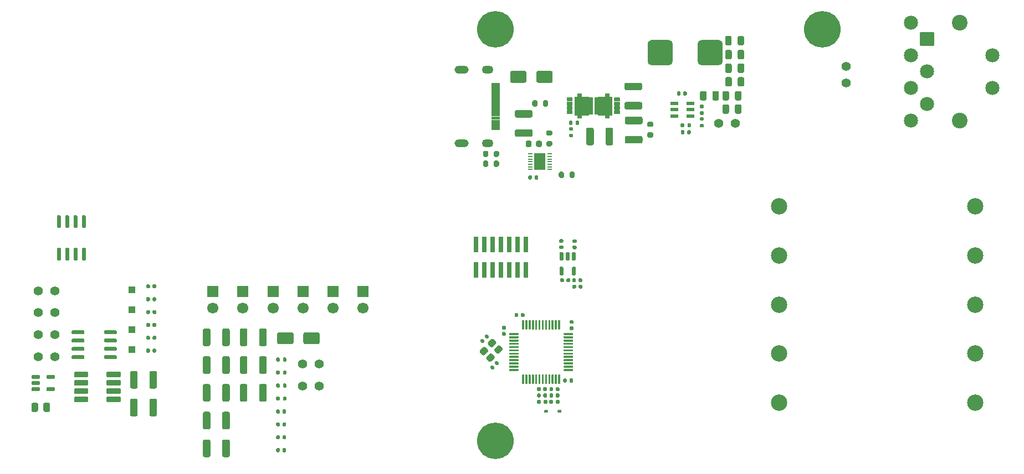
<source format=gbr>
G04 #@! TF.GenerationSoftware,KiCad,Pcbnew,9.0.1+1*
G04 #@! TF.CreationDate,2025-10-08T10:55:13+00:00*
G04 #@! TF.ProjectId,c64psu,63363470-7375-42e6-9b69-6361645f7063,rev?*
G04 #@! TF.SameCoordinates,Original*
G04 #@! TF.FileFunction,Soldermask,Top*
G04 #@! TF.FilePolarity,Negative*
%FSLAX46Y46*%
G04 Gerber Fmt 4.6, Leading zero omitted, Abs format (unit mm)*
G04 Created by KiCad (PCBNEW 9.0.1+1) date 2025-10-08 10:55:13*
%MOMM*%
%LPD*%
G01*
G04 APERTURE LIST*
%ADD10C,0.010000*%
%ADD11C,2.500000*%
%ADD12R,0.800000X0.200000*%
%ADD13R,1.750000X2.650000*%
%ADD14C,3.600000*%
%ADD15C,5.600000*%
%ADD16R,1.700000X1.700000*%
%ADD17C,1.700000*%
%ADD18R,1.000000X1.000000*%
%ADD19C,1.400000*%
%ADD20R,1.200000X0.600000*%
%ADD21R,1.100000X0.600000*%
%ADD22R,1.100000X0.300000*%
%ADD23O,1.754000X1.254000*%
%ADD24O,2.154000X1.254000*%
%ADD25R,0.740000X2.400000*%
%ADD26C,2.400000*%
%ADD27C,2.154000*%
G04 APERTURE END LIST*
D10*
X157405501Y-52282550D02*
X157805500Y-52282550D01*
X157805500Y-55082550D01*
X157405501Y-55082550D01*
X157405500Y-55532551D01*
X156805500Y-55532551D01*
X156805499Y-55082550D01*
X155705500Y-55082550D01*
X155705500Y-54967550D01*
X155155500Y-54967550D01*
X155155500Y-54347550D01*
X155705500Y-54347551D01*
X155705500Y-54317550D01*
X155155500Y-54317550D01*
X155155500Y-53697550D01*
X155705500Y-53697550D01*
X155705500Y-53667550D01*
X155155500Y-53667550D01*
X155155500Y-53047550D01*
X155705500Y-53047550D01*
X155705500Y-53017549D01*
X155155500Y-53017550D01*
X155155500Y-52397550D01*
X155705500Y-52397550D01*
X155705500Y-52282550D01*
X156805499Y-52282550D01*
X156805500Y-51832549D01*
X157405500Y-51832549D01*
X157405501Y-52282550D01*
G36*
X157405501Y-52282550D02*
G01*
X157805500Y-52282550D01*
X157805500Y-55082550D01*
X157405501Y-55082550D01*
X157405500Y-55532551D01*
X156805500Y-55532551D01*
X156805499Y-55082550D01*
X155705500Y-55082550D01*
X155705500Y-54967550D01*
X155155500Y-54967550D01*
X155155500Y-54347550D01*
X155705500Y-54347551D01*
X155705500Y-54317550D01*
X155155500Y-54317550D01*
X155155500Y-53697550D01*
X155705500Y-53697550D01*
X155705500Y-53667550D01*
X155155500Y-53667550D01*
X155155500Y-53047550D01*
X155705500Y-53047550D01*
X155705500Y-53017549D01*
X155155500Y-53017550D01*
X155155500Y-52397550D01*
X155705500Y-52397550D01*
X155705500Y-52282550D01*
X156805499Y-52282550D01*
X156805500Y-51832549D01*
X157405500Y-51832549D01*
X157405501Y-52282550D01*
G37*
X140600000Y-50925000D02*
X139400000Y-50925000D01*
X139400000Y-50225000D01*
X140600000Y-50225000D01*
X140600000Y-50925000D01*
G36*
X140600000Y-50925000D02*
G01*
X139400000Y-50925000D01*
X139400000Y-50225000D01*
X140600000Y-50225000D01*
X140600000Y-50925000D01*
G37*
X140600000Y-51725000D02*
X139400000Y-51725000D01*
X139400000Y-51025000D01*
X140600000Y-51025000D01*
X140600000Y-51725000D01*
G36*
X140600000Y-51725000D02*
G01*
X139400000Y-51725000D01*
X139400000Y-51025000D01*
X140600000Y-51025000D01*
X140600000Y-51725000D01*
G37*
X140600000Y-52224999D02*
X139399999Y-52225000D01*
X139400000Y-51825000D01*
X140600000Y-51825000D01*
X140600000Y-52224999D01*
G36*
X140600000Y-52224999D02*
G01*
X139399999Y-52225000D01*
X139400000Y-51825000D01*
X140600000Y-51825000D01*
X140600000Y-52224999D01*
G37*
X140600000Y-52725000D02*
X139400000Y-52725000D01*
X139400000Y-52325000D01*
X140600000Y-52325000D01*
X140600000Y-52725000D01*
G36*
X140600000Y-52725000D02*
G01*
X139400000Y-52725000D01*
X139400000Y-52325000D01*
X140600000Y-52325000D01*
X140600000Y-52725000D01*
G37*
X140600000Y-52825001D02*
X140600000Y-53225000D01*
X139400000Y-53225000D01*
X139399999Y-52825000D01*
X140600000Y-52825001D01*
G36*
X140600000Y-52825001D02*
G01*
X140600000Y-53225000D01*
X139400000Y-53225000D01*
X139399999Y-52825000D01*
X140600000Y-52825001D01*
G37*
X140600000Y-53725000D02*
X139400000Y-53725000D01*
X139400000Y-53325000D01*
X140600000Y-53325000D01*
X140600000Y-53725000D01*
G36*
X140600000Y-53725000D02*
G01*
X139400000Y-53725000D01*
X139400000Y-53325000D01*
X140600000Y-53325000D01*
X140600000Y-53725000D01*
G37*
X140600000Y-54225000D02*
X139400000Y-54225000D01*
X139400000Y-53825000D01*
X140600000Y-53825000D01*
X140600000Y-54225000D01*
G36*
X140600000Y-54225000D02*
G01*
X139400000Y-54225000D01*
X139400000Y-53825000D01*
X140600000Y-53825000D01*
X140600000Y-54225000D01*
G37*
X140600000Y-54724999D02*
X139399999Y-54725000D01*
X139400000Y-54325000D01*
X140600000Y-54325000D01*
X140600000Y-54724999D01*
G36*
X140600000Y-54724999D02*
G01*
X139399999Y-54725000D01*
X139400000Y-54325000D01*
X140600000Y-54325000D01*
X140600000Y-54724999D01*
G37*
X140600000Y-55225000D02*
X139400000Y-55225000D01*
X139400000Y-54825000D01*
X140600000Y-54825000D01*
X140600000Y-55225000D01*
G36*
X140600000Y-55225000D02*
G01*
X139400000Y-55225000D01*
X139400000Y-54825000D01*
X140600000Y-54825000D01*
X140600000Y-55225000D01*
G37*
X140600000Y-55325001D02*
X140600000Y-55725000D01*
X139400000Y-55725000D01*
X139399999Y-55325000D01*
X140600000Y-55325001D01*
G36*
X140600000Y-55325001D02*
G01*
X140600000Y-55725000D01*
X139400000Y-55725000D01*
X139399999Y-55325000D01*
X140600000Y-55325001D01*
G37*
X140600000Y-56525000D02*
X139400000Y-56525000D01*
X139400000Y-55825000D01*
X140600000Y-55825000D01*
X140600000Y-56525000D01*
G36*
X140600000Y-56525000D02*
G01*
X139400000Y-56525000D01*
X139400000Y-55825000D01*
X140600000Y-55825000D01*
X140600000Y-56525000D01*
G37*
X140600000Y-57325000D02*
X139400000Y-57325000D01*
X139400000Y-56625000D01*
X140600000Y-56625000D01*
X140600000Y-57325000D01*
G36*
X140600000Y-57325000D02*
G01*
X139400000Y-57325000D01*
X139400000Y-56625000D01*
X140600000Y-56625000D01*
X140600000Y-57325000D01*
G37*
X153165101Y-52272750D02*
X154265100Y-52272750D01*
X154265100Y-52387750D01*
X154815100Y-52387750D01*
X154815100Y-53007750D01*
X154265100Y-53007749D01*
X154265100Y-53037750D01*
X154815100Y-53037750D01*
X154815100Y-53657750D01*
X154265100Y-53657750D01*
X154265100Y-53687750D01*
X154815100Y-53687750D01*
X154815100Y-54307750D01*
X154265100Y-54307750D01*
X154265100Y-54337751D01*
X154815100Y-54337750D01*
X154815100Y-54957750D01*
X154265100Y-54957750D01*
X154265100Y-55072750D01*
X153165101Y-55072750D01*
X153165100Y-55522751D01*
X152565100Y-55522751D01*
X152565099Y-55072750D01*
X152165100Y-55072750D01*
X152165100Y-52272750D01*
X152565099Y-52272750D01*
X152565100Y-51822749D01*
X153165100Y-51822749D01*
X153165101Y-52272750D01*
G36*
X153165101Y-52272750D02*
G01*
X154265100Y-52272750D01*
X154265100Y-52387750D01*
X154815100Y-52387750D01*
X154815100Y-53007750D01*
X154265100Y-53007749D01*
X154265100Y-53037750D01*
X154815100Y-53037750D01*
X154815100Y-53657750D01*
X154265100Y-53657750D01*
X154265100Y-53687750D01*
X154815100Y-53687750D01*
X154815100Y-54307750D01*
X154265100Y-54307750D01*
X154265100Y-54337751D01*
X154815100Y-54337750D01*
X154815100Y-54957750D01*
X154265100Y-54957750D01*
X154265100Y-55072750D01*
X153165101Y-55072750D01*
X153165100Y-55522751D01*
X152565100Y-55522751D01*
X152565099Y-55072750D01*
X152165100Y-55072750D01*
X152165100Y-52272750D01*
X152565099Y-52272750D01*
X152565100Y-51822749D01*
X153165100Y-51822749D01*
X153165101Y-52272750D01*
G37*
D11*
X183370000Y-69110000D03*
X183370000Y-76610000D03*
X183370000Y-84110000D03*
X183370000Y-91610000D03*
X183370000Y-99110000D03*
X213370000Y-69110000D03*
X213370000Y-76610000D03*
X213370000Y-84110000D03*
X213370000Y-91610000D03*
X213370000Y-99110000D03*
G36*
G01*
X100981600Y-90220800D02*
X100981600Y-88020800D01*
G75*
G02*
X101231600Y-87770800I250000J0D01*
G01*
X101881600Y-87770800D01*
G75*
G02*
X102131600Y-88020800I0J-250000D01*
G01*
X102131600Y-90220800D01*
G75*
G02*
X101881600Y-90470800I-250000J0D01*
G01*
X101231600Y-90470800D01*
G75*
G02*
X100981600Y-90220800I0J250000D01*
G01*
G37*
G36*
G01*
X103931600Y-90220800D02*
X103931600Y-88020800D01*
G75*
G02*
X104181600Y-87770800I250000J0D01*
G01*
X104831600Y-87770800D01*
G75*
G02*
X105081600Y-88020800I0J-250000D01*
G01*
X105081600Y-90220800D01*
G75*
G02*
X104831600Y-90470800I-250000J0D01*
G01*
X104181600Y-90470800D01*
G75*
G02*
X103931600Y-90220800I0J250000D01*
G01*
G37*
G36*
G01*
X174732301Y-54655750D02*
X174732301Y-53705750D01*
G75*
G02*
X174982301Y-53455750I250000J0D01*
G01*
X175482301Y-53455750D01*
G75*
G02*
X175732301Y-53705750I0J-250000D01*
G01*
X175732301Y-54655750D01*
G75*
G02*
X175482301Y-54905750I-250000J0D01*
G01*
X174982301Y-54905750D01*
G75*
G02*
X174732301Y-54655750I0J250000D01*
G01*
G37*
G36*
G01*
X176632299Y-54655750D02*
X176632299Y-53705750D01*
G75*
G02*
X176882299Y-53455750I250000J0D01*
G01*
X177382299Y-53455750D01*
G75*
G02*
X177632299Y-53705750I0J-250000D01*
G01*
X177632299Y-54655750D01*
G75*
G02*
X177382299Y-54905750I-250000J0D01*
G01*
X176882299Y-54905750D01*
G75*
G02*
X176632299Y-54655750I0J250000D01*
G01*
G37*
G36*
G01*
X175138701Y-50490150D02*
X175138701Y-49540150D01*
G75*
G02*
X175388701Y-49290150I250000J0D01*
G01*
X175888701Y-49290150D01*
G75*
G02*
X176138701Y-49540150I0J-250000D01*
G01*
X176138701Y-50490150D01*
G75*
G02*
X175888701Y-50740150I-250000J0D01*
G01*
X175388701Y-50740150D01*
G75*
G02*
X175138701Y-50490150I0J250000D01*
G01*
G37*
G36*
G01*
X177038699Y-50490150D02*
X177038699Y-49540150D01*
G75*
G02*
X177288699Y-49290150I250000J0D01*
G01*
X177788699Y-49290150D01*
G75*
G02*
X178038699Y-49540150I0J-250000D01*
G01*
X178038699Y-50490150D01*
G75*
G02*
X177788699Y-50740150I-250000J0D01*
G01*
X177288699Y-50740150D01*
G75*
G02*
X177038699Y-50490150I0J250000D01*
G01*
G37*
G36*
G01*
X144665000Y-59766250D02*
X144665000Y-59253750D01*
G75*
G02*
X144883750Y-59035000I218750J0D01*
G01*
X145321250Y-59035000D01*
G75*
G02*
X145540000Y-59253750I0J-218750D01*
G01*
X145540000Y-59766250D01*
G75*
G02*
X145321250Y-59985000I-218750J0D01*
G01*
X144883750Y-59985000D01*
G75*
G02*
X144665000Y-59766250I0J218750D01*
G01*
G37*
G36*
G01*
X146240000Y-59766250D02*
X146240000Y-59253750D01*
G75*
G02*
X146458750Y-59035000I218750J0D01*
G01*
X146896250Y-59035000D01*
G75*
G02*
X147115000Y-59253750I0J-218750D01*
G01*
X147115000Y-59766250D01*
G75*
G02*
X146896250Y-59985000I-218750J0D01*
G01*
X146458750Y-59985000D01*
G75*
G02*
X146240000Y-59766250I0J218750D01*
G01*
G37*
G36*
G01*
X106531600Y-102630800D02*
X106531600Y-102290800D01*
G75*
G02*
X106671600Y-102150800I140000J0D01*
G01*
X106951600Y-102150800D01*
G75*
G02*
X107091600Y-102290800I0J-140000D01*
G01*
X107091600Y-102630800D01*
G75*
G02*
X106951600Y-102770800I-140000J0D01*
G01*
X106671600Y-102770800D01*
G75*
G02*
X106531600Y-102630800I0J140000D01*
G01*
G37*
G36*
G01*
X107491600Y-102630800D02*
X107491600Y-102290800D01*
G75*
G02*
X107631600Y-102150800I140000J0D01*
G01*
X107911600Y-102150800D01*
G75*
G02*
X108051600Y-102290800I0J-140000D01*
G01*
X108051600Y-102630800D01*
G75*
G02*
X107911600Y-102770800I-140000J0D01*
G01*
X107631600Y-102770800D01*
G75*
G02*
X107491600Y-102630800I0J140000D01*
G01*
G37*
G36*
G01*
X151454499Y-80227700D02*
X151454499Y-80567700D01*
G75*
G02*
X151314499Y-80707700I-140000J0D01*
G01*
X151034499Y-80707700D01*
G75*
G02*
X150894499Y-80567700I0J140000D01*
G01*
X150894499Y-80227700D01*
G75*
G02*
X151034499Y-80087700I140000J0D01*
G01*
X151314499Y-80087700D01*
G75*
G02*
X151454499Y-80227700I0J-140000D01*
G01*
G37*
G36*
G01*
X150494499Y-80227700D02*
X150494499Y-80567700D01*
G75*
G02*
X150354499Y-80707700I-140000J0D01*
G01*
X150074499Y-80707700D01*
G75*
G02*
X149934499Y-80567700I0J140000D01*
G01*
X149934499Y-80227700D01*
G75*
G02*
X150074499Y-80087700I140000J0D01*
G01*
X150354499Y-80087700D01*
G75*
G02*
X150494499Y-80227700I0J-140000D01*
G01*
G37*
D12*
X148317500Y-63436750D03*
X148317500Y-63036750D03*
X148317500Y-62636750D03*
X148317500Y-62236750D03*
X148317500Y-61836750D03*
X148317500Y-61436750D03*
X148317500Y-61036750D03*
X145317500Y-61036750D03*
X145317500Y-61436750D03*
X145317500Y-61836750D03*
X145317500Y-62236750D03*
X145317500Y-62636750D03*
X145317500Y-63036750D03*
X145317500Y-63436750D03*
D13*
X146817500Y-62236750D03*
D14*
X190000000Y-42000000D03*
D15*
X190000000Y-42000000D03*
G36*
G01*
X140577300Y-60763750D02*
X140577300Y-61313750D01*
G75*
G02*
X140377300Y-61513750I-200000J0D01*
G01*
X139977300Y-61513750D01*
G75*
G02*
X139777300Y-61313750I0J200000D01*
G01*
X139777300Y-60763750D01*
G75*
G02*
X139977300Y-60563750I200000J0D01*
G01*
X140377300Y-60563750D01*
G75*
G02*
X140577300Y-60763750I0J-200000D01*
G01*
G37*
G36*
G01*
X138927300Y-60763750D02*
X138927300Y-61313750D01*
G75*
G02*
X138727300Y-61513750I-200000J0D01*
G01*
X138327300Y-61513750D01*
G75*
G02*
X138127300Y-61313750I0J200000D01*
G01*
X138127300Y-60763750D01*
G75*
G02*
X138327300Y-60563750I200000J0D01*
G01*
X138727300Y-60563750D01*
G75*
G02*
X138927300Y-60763750I0J-200000D01*
G01*
G37*
G36*
G01*
X175123500Y-44190950D02*
X175123500Y-43240950D01*
G75*
G02*
X175373500Y-42990950I250000J0D01*
G01*
X175873500Y-42990950D01*
G75*
G02*
X176123500Y-43240950I0J-250000D01*
G01*
X176123500Y-44190950D01*
G75*
G02*
X175873500Y-44440950I-250000J0D01*
G01*
X175373500Y-44440950D01*
G75*
G02*
X175123500Y-44190950I0J250000D01*
G01*
G37*
G36*
G01*
X177023498Y-44190950D02*
X177023498Y-43240950D01*
G75*
G02*
X177273498Y-42990950I250000J0D01*
G01*
X177773498Y-42990950D01*
G75*
G02*
X178023498Y-43240950I0J-250000D01*
G01*
X178023498Y-44190950D01*
G75*
G02*
X177773498Y-44440950I-250000J0D01*
G01*
X177273498Y-44440950D01*
G75*
G02*
X177023498Y-44190950I0J250000D01*
G01*
G37*
G36*
G01*
X151410100Y-56958750D02*
X151780100Y-56958750D01*
G75*
G02*
X151915100Y-57093750I0J-135000D01*
G01*
X151915100Y-57363750D01*
G75*
G02*
X151780100Y-57498750I-135000J0D01*
G01*
X151410100Y-57498750D01*
G75*
G02*
X151275100Y-57363750I0J135000D01*
G01*
X151275100Y-57093750D01*
G75*
G02*
X151410100Y-56958750I135000J0D01*
G01*
G37*
G36*
G01*
X151410100Y-57978748D02*
X151780100Y-57978748D01*
G75*
G02*
X151915100Y-58113748I0J-135000D01*
G01*
X151915100Y-58383748D01*
G75*
G02*
X151780100Y-58518748I-135000J0D01*
G01*
X151410100Y-58518748D01*
G75*
G02*
X151275100Y-58383748I0J135000D01*
G01*
X151275100Y-58113748D01*
G75*
G02*
X151410100Y-57978748I135000J0D01*
G01*
G37*
G36*
G01*
X86676600Y-85432800D02*
X86676600Y-85092800D01*
G75*
G02*
X86816600Y-84952800I140000J0D01*
G01*
X87096600Y-84952800D01*
G75*
G02*
X87236600Y-85092800I0J-140000D01*
G01*
X87236600Y-85432800D01*
G75*
G02*
X87096600Y-85572800I-140000J0D01*
G01*
X86816600Y-85572800D01*
G75*
G02*
X86676600Y-85432800I0J140000D01*
G01*
G37*
G36*
G01*
X87636600Y-85432800D02*
X87636600Y-85092800D01*
G75*
G02*
X87776600Y-84952800I140000J0D01*
G01*
X88056600Y-84952800D01*
G75*
G02*
X88196600Y-85092800I0J-140000D01*
G01*
X88196600Y-85432800D01*
G75*
G02*
X88056600Y-85572800I-140000J0D01*
G01*
X87776600Y-85572800D01*
G75*
G02*
X87636600Y-85432800I0J140000D01*
G01*
G37*
G36*
G01*
X148282200Y-98197000D02*
X148282200Y-97857000D01*
G75*
G02*
X148422200Y-97717000I140000J0D01*
G01*
X148702200Y-97717000D01*
G75*
G02*
X148842200Y-97857000I0J-140000D01*
G01*
X148842200Y-98197000D01*
G75*
G02*
X148702200Y-98337000I-140000J0D01*
G01*
X148422200Y-98337000D01*
G75*
G02*
X148282200Y-98197000I0J140000D01*
G01*
G37*
G36*
G01*
X149242200Y-98197000D02*
X149242200Y-97857000D01*
G75*
G02*
X149382200Y-97717000I140000J0D01*
G01*
X149662200Y-97717000D01*
G75*
G02*
X149802200Y-97857000I0J-140000D01*
G01*
X149802200Y-98197000D01*
G75*
G02*
X149662200Y-98337000I-140000J0D01*
G01*
X149382200Y-98337000D01*
G75*
G02*
X149242200Y-98197000I0J140000D01*
G01*
G37*
G36*
G01*
X73479800Y-77364000D02*
X73179800Y-77364000D01*
G75*
G02*
X73029800Y-77214000I0J150000D01*
G01*
X73029800Y-75564000D01*
G75*
G02*
X73179800Y-75414000I150000J0D01*
G01*
X73479800Y-75414000D01*
G75*
G02*
X73629800Y-75564000I0J-150000D01*
G01*
X73629800Y-77214000D01*
G75*
G02*
X73479800Y-77364000I-150000J0D01*
G01*
G37*
G36*
G01*
X74749800Y-77364000D02*
X74449800Y-77364000D01*
G75*
G02*
X74299800Y-77214000I0J150000D01*
G01*
X74299800Y-75564000D01*
G75*
G02*
X74449800Y-75414000I150000J0D01*
G01*
X74749800Y-75414000D01*
G75*
G02*
X74899800Y-75564000I0J-150000D01*
G01*
X74899800Y-77214000D01*
G75*
G02*
X74749800Y-77364000I-150000J0D01*
G01*
G37*
G36*
G01*
X76019800Y-77364000D02*
X75719800Y-77364000D01*
G75*
G02*
X75569800Y-77214000I0J150000D01*
G01*
X75569800Y-75564000D01*
G75*
G02*
X75719800Y-75414000I150000J0D01*
G01*
X76019800Y-75414000D01*
G75*
G02*
X76169800Y-75564000I0J-150000D01*
G01*
X76169800Y-77214000D01*
G75*
G02*
X76019800Y-77364000I-150000J0D01*
G01*
G37*
G36*
G01*
X77289800Y-77364000D02*
X76989800Y-77364000D01*
G75*
G02*
X76839800Y-77214000I0J150000D01*
G01*
X76839800Y-75564000D01*
G75*
G02*
X76989800Y-75414000I150000J0D01*
G01*
X77289800Y-75414000D01*
G75*
G02*
X77439800Y-75564000I0J-150000D01*
G01*
X77439800Y-77214000D01*
G75*
G02*
X77289800Y-77364000I-150000J0D01*
G01*
G37*
G36*
G01*
X77289800Y-72414000D02*
X76989800Y-72414000D01*
G75*
G02*
X76839800Y-72264000I0J150000D01*
G01*
X76839800Y-70614000D01*
G75*
G02*
X76989800Y-70464000I150000J0D01*
G01*
X77289800Y-70464000D01*
G75*
G02*
X77439800Y-70614000I0J-150000D01*
G01*
X77439800Y-72264000D01*
G75*
G02*
X77289800Y-72414000I-150000J0D01*
G01*
G37*
G36*
G01*
X76019800Y-72414000D02*
X75719800Y-72414000D01*
G75*
G02*
X75569800Y-72264000I0J150000D01*
G01*
X75569800Y-70614000D01*
G75*
G02*
X75719800Y-70464000I150000J0D01*
G01*
X76019800Y-70464000D01*
G75*
G02*
X76169800Y-70614000I0J-150000D01*
G01*
X76169800Y-72264000D01*
G75*
G02*
X76019800Y-72414000I-150000J0D01*
G01*
G37*
G36*
G01*
X74749800Y-72414000D02*
X74449800Y-72414000D01*
G75*
G02*
X74299800Y-72264000I0J150000D01*
G01*
X74299800Y-70614000D01*
G75*
G02*
X74449800Y-70464000I150000J0D01*
G01*
X74749800Y-70464000D01*
G75*
G02*
X74899800Y-70614000I0J-150000D01*
G01*
X74899800Y-72264000D01*
G75*
G02*
X74749800Y-72414000I-150000J0D01*
G01*
G37*
G36*
G01*
X73479800Y-72414000D02*
X73179800Y-72414000D01*
G75*
G02*
X73029800Y-72264000I0J150000D01*
G01*
X73029800Y-70614000D01*
G75*
G02*
X73179800Y-70464000I150000J0D01*
G01*
X73479800Y-70464000D01*
G75*
G02*
X73629800Y-70614000I0J-150000D01*
G01*
X73629800Y-72264000D01*
G75*
G02*
X73479800Y-72414000I-150000J0D01*
G01*
G37*
G36*
G01*
X171374500Y-53504350D02*
X171744500Y-53504350D01*
G75*
G02*
X171879500Y-53639350I0J-135000D01*
G01*
X171879500Y-53909350D01*
G75*
G02*
X171744500Y-54044350I-135000J0D01*
G01*
X171374500Y-54044350D01*
G75*
G02*
X171239500Y-53909350I0J135000D01*
G01*
X171239500Y-53639350D01*
G75*
G02*
X171374500Y-53504350I135000J0D01*
G01*
G37*
G36*
G01*
X171374500Y-54524348D02*
X171744500Y-54524348D01*
G75*
G02*
X171879500Y-54659348I0J-135000D01*
G01*
X171879500Y-54929348D01*
G75*
G02*
X171744500Y-55064348I-135000J0D01*
G01*
X171374500Y-55064348D01*
G75*
G02*
X171239500Y-54929348I0J135000D01*
G01*
X171239500Y-54659348D01*
G75*
G02*
X171374500Y-54524348I135000J0D01*
G01*
G37*
G36*
G01*
X137957007Y-89997809D02*
X137716591Y-89757393D01*
G75*
G02*
X137716591Y-89559403I98995J98995D01*
G01*
X137914581Y-89361413D01*
G75*
G02*
X138112571Y-89361413I98995J-98995D01*
G01*
X138352987Y-89601829D01*
G75*
G02*
X138352987Y-89799819I-98995J-98995D01*
G01*
X138154997Y-89997809D01*
G75*
G02*
X137957007Y-89997809I-98995J98995D01*
G01*
G37*
G36*
G01*
X138635829Y-89318987D02*
X138395413Y-89078571D01*
G75*
G02*
X138395413Y-88880581I98995J98995D01*
G01*
X138593403Y-88682591D01*
G75*
G02*
X138791393Y-88682591I98995J-98995D01*
G01*
X139031809Y-88923007D01*
G75*
G02*
X139031809Y-89120997I-98995J-98995D01*
G01*
X138833819Y-89318987D01*
G75*
G02*
X138635829Y-89318987I-98995J98995D01*
G01*
G37*
G36*
G01*
X145645700Y-53592150D02*
X145645700Y-53042150D01*
G75*
G02*
X145845700Y-52842150I200000J0D01*
G01*
X146245700Y-52842150D01*
G75*
G02*
X146445700Y-53042150I0J-200000D01*
G01*
X146445700Y-53592150D01*
G75*
G02*
X146245700Y-53792150I-200000J0D01*
G01*
X145845700Y-53792150D01*
G75*
G02*
X145645700Y-53592150I0J200000D01*
G01*
G37*
G36*
G01*
X147295700Y-53592150D02*
X147295700Y-53042150D01*
G75*
G02*
X147495700Y-52842150I200000J0D01*
G01*
X147895700Y-52842150D01*
G75*
G02*
X148095700Y-53042150I0J-200000D01*
G01*
X148095700Y-53592150D01*
G75*
G02*
X147895700Y-53792150I-200000J0D01*
G01*
X147495700Y-53792150D01*
G75*
G02*
X147295700Y-53592150I0J200000D01*
G01*
G37*
D16*
X101441600Y-82150800D03*
D17*
X101441600Y-84690800D03*
G36*
G01*
X171374500Y-55432751D02*
X171744500Y-55432751D01*
G75*
G02*
X171879500Y-55567751I0J-135000D01*
G01*
X171879500Y-55837751D01*
G75*
G02*
X171744500Y-55972751I-135000J0D01*
G01*
X171374500Y-55972751D01*
G75*
G02*
X171239500Y-55837751I0J135000D01*
G01*
X171239500Y-55567751D01*
G75*
G02*
X171374500Y-55432751I135000J0D01*
G01*
G37*
G36*
G01*
X171374500Y-56452749D02*
X171744500Y-56452749D01*
G75*
G02*
X171879500Y-56587749I0J-135000D01*
G01*
X171879500Y-56857749D01*
G75*
G02*
X171744500Y-56992749I-135000J0D01*
G01*
X171374500Y-56992749D01*
G75*
G02*
X171239500Y-56857749I0J135000D01*
G01*
X171239500Y-56587749D01*
G75*
G02*
X171374500Y-56452749I135000J0D01*
G01*
G37*
D18*
X84476600Y-84912800D03*
G36*
G01*
X142281098Y-49903150D02*
X142281098Y-48603150D01*
G75*
G02*
X142531098Y-48353150I250000J0D01*
G01*
X144531098Y-48353150D01*
G75*
G02*
X144781098Y-48603150I0J-250000D01*
G01*
X144781098Y-49903150D01*
G75*
G02*
X144531098Y-50153150I-250000J0D01*
G01*
X142531098Y-50153150D01*
G75*
G02*
X142281098Y-49903150I0J250000D01*
G01*
G37*
G36*
G01*
X146281100Y-49903150D02*
X146281100Y-48603150D01*
G75*
G02*
X146531100Y-48353150I250000J0D01*
G01*
X148531100Y-48353150D01*
G75*
G02*
X148781100Y-48603150I0J-250000D01*
G01*
X148781100Y-49903150D01*
G75*
G02*
X148531100Y-50153150I-250000J0D01*
G01*
X146531100Y-50153150D01*
G75*
G02*
X146281100Y-49903150I0J250000D01*
G01*
G37*
D16*
X110621600Y-82150800D03*
D17*
X110621600Y-84690800D03*
G36*
G01*
X150254899Y-75620500D02*
X149914899Y-75620500D01*
G75*
G02*
X149774899Y-75480500I0J140000D01*
G01*
X149774899Y-75200500D01*
G75*
G02*
X149914899Y-75060500I140000J0D01*
G01*
X150254899Y-75060500D01*
G75*
G02*
X150394899Y-75200500I0J-140000D01*
G01*
X150394899Y-75480500D01*
G75*
G02*
X150254899Y-75620500I-140000J0D01*
G01*
G37*
G36*
G01*
X150254899Y-74660500D02*
X149914899Y-74660500D01*
G75*
G02*
X149774899Y-74520500I0J140000D01*
G01*
X149774899Y-74240500D01*
G75*
G02*
X149914899Y-74100500I140000J0D01*
G01*
X150254899Y-74100500D01*
G75*
G02*
X150394899Y-74240500I0J-140000D01*
G01*
X150394899Y-74520500D01*
G75*
G02*
X150254899Y-74660500I-140000J0D01*
G01*
G37*
D19*
X70176600Y-85362800D03*
X72716600Y-85362800D03*
D18*
X84476600Y-81862800D03*
G36*
G01*
X159057500Y-54447550D02*
X159057500Y-54867550D01*
G75*
G02*
X158955500Y-54969550I-102000J0D01*
G01*
X158255500Y-54969550D01*
G75*
G02*
X158153500Y-54867550I0J102000D01*
G01*
X158153500Y-54447550D01*
G75*
G02*
X158255500Y-54345550I102000J0D01*
G01*
X158955500Y-54345550D01*
G75*
G02*
X159057500Y-54447550I0J-102000D01*
G01*
G37*
G36*
G01*
X159057500Y-53797550D02*
X159057500Y-54217550D01*
G75*
G02*
X158955500Y-54319550I-102000J0D01*
G01*
X158255500Y-54319550D01*
G75*
G02*
X158153500Y-54217550I0J102000D01*
G01*
X158153500Y-53797550D01*
G75*
G02*
X158255500Y-53695550I102000J0D01*
G01*
X158955500Y-53695550D01*
G75*
G02*
X159057500Y-53797550I0J-102000D01*
G01*
G37*
G36*
G01*
X159057500Y-53147550D02*
X159057500Y-53567550D01*
G75*
G02*
X158955500Y-53669550I-102000J0D01*
G01*
X158255500Y-53669550D01*
G75*
G02*
X158153500Y-53567550I0J102000D01*
G01*
X158153500Y-53147550D01*
G75*
G02*
X158255500Y-53045550I102000J0D01*
G01*
X158955500Y-53045550D01*
G75*
G02*
X159057500Y-53147550I0J-102000D01*
G01*
G37*
G36*
G01*
X159057500Y-52497550D02*
X159057500Y-52917550D01*
G75*
G02*
X158955500Y-53019550I-102000J0D01*
G01*
X158255500Y-53019550D01*
G75*
G02*
X158153500Y-52917550I0J102000D01*
G01*
X158153500Y-52497550D01*
G75*
G02*
X158255500Y-52395550I102000J0D01*
G01*
X158955500Y-52395550D01*
G75*
G02*
X159057500Y-52497550I0J-102000D01*
G01*
G37*
G36*
G01*
X86676600Y-83462800D02*
X86676600Y-83122800D01*
G75*
G02*
X86816600Y-82982800I140000J0D01*
G01*
X87096600Y-82982800D01*
G75*
G02*
X87236600Y-83122800I0J-140000D01*
G01*
X87236600Y-83462800D01*
G75*
G02*
X87096600Y-83602800I-140000J0D01*
G01*
X86816600Y-83602800D01*
G75*
G02*
X86676600Y-83462800I0J140000D01*
G01*
G37*
G36*
G01*
X87636600Y-83462800D02*
X87636600Y-83122800D01*
G75*
G02*
X87776600Y-82982800I140000J0D01*
G01*
X88056600Y-82982800D01*
G75*
G02*
X88196600Y-83122800I0J-140000D01*
G01*
X88196600Y-83462800D01*
G75*
G02*
X88056600Y-83602800I-140000J0D01*
G01*
X87776600Y-83602800D01*
G75*
G02*
X87636600Y-83462800I0J140000D01*
G01*
G37*
D16*
X96851600Y-82150800D03*
D17*
X96851600Y-84690800D03*
G36*
G01*
X86676600Y-87402800D02*
X86676600Y-87062800D01*
G75*
G02*
X86816600Y-86922800I140000J0D01*
G01*
X87096600Y-86922800D01*
G75*
G02*
X87236600Y-87062800I0J-140000D01*
G01*
X87236600Y-87402800D01*
G75*
G02*
X87096600Y-87542800I-140000J0D01*
G01*
X86816600Y-87542800D01*
G75*
G02*
X86676600Y-87402800I0J140000D01*
G01*
G37*
G36*
G01*
X87636600Y-87402800D02*
X87636600Y-87062800D01*
G75*
G02*
X87776600Y-86922800I140000J0D01*
G01*
X88056600Y-86922800D01*
G75*
G02*
X88196600Y-87062800I0J-140000D01*
G01*
X88196600Y-87402800D01*
G75*
G02*
X88056600Y-87542800I-140000J0D01*
G01*
X87776600Y-87542800D01*
G75*
G02*
X87636600Y-87402800I0J140000D01*
G01*
G37*
G36*
G01*
X174177899Y-51673750D02*
X174177899Y-52623750D01*
G75*
G02*
X173927899Y-52873750I-250000J0D01*
G01*
X173427899Y-52873750D01*
G75*
G02*
X173177899Y-52623750I0J250000D01*
G01*
X173177899Y-51673750D01*
G75*
G02*
X173427899Y-51423750I250000J0D01*
G01*
X173927899Y-51423750D01*
G75*
G02*
X174177899Y-51673750I0J-250000D01*
G01*
G37*
G36*
G01*
X172277901Y-51673750D02*
X172277901Y-52623750D01*
G75*
G02*
X172027901Y-52873750I-250000J0D01*
G01*
X171527901Y-52873750D01*
G75*
G02*
X171277901Y-52623750I0J250000D01*
G01*
X171277901Y-51673750D01*
G75*
G02*
X171527901Y-51423750I250000J0D01*
G01*
X172027901Y-51423750D01*
G75*
G02*
X172277901Y-51673750I0J-250000D01*
G01*
G37*
G36*
G01*
X152286899Y-75643300D02*
X151946899Y-75643300D01*
G75*
G02*
X151806899Y-75503300I0J140000D01*
G01*
X151806899Y-75223300D01*
G75*
G02*
X151946899Y-75083300I140000J0D01*
G01*
X152286899Y-75083300D01*
G75*
G02*
X152426899Y-75223300I0J-140000D01*
G01*
X152426899Y-75503300D01*
G75*
G02*
X152286899Y-75643300I-140000J0D01*
G01*
G37*
G36*
G01*
X152286899Y-74683300D02*
X151946899Y-74683300D01*
G75*
G02*
X151806899Y-74543300I0J140000D01*
G01*
X151806899Y-74263300D01*
G75*
G02*
X151946899Y-74123300I140000J0D01*
G01*
X152286899Y-74123300D01*
G75*
G02*
X152426899Y-74263300I0J-140000D01*
G01*
X152426899Y-74543300D01*
G75*
G02*
X152286899Y-74683300I-140000J0D01*
G01*
G37*
G36*
G01*
X147899800Y-97857000D02*
X147899800Y-98197000D01*
G75*
G02*
X147759800Y-98337000I-140000J0D01*
G01*
X147479800Y-98337000D01*
G75*
G02*
X147339800Y-98197000I0J140000D01*
G01*
X147339800Y-97857000D01*
G75*
G02*
X147479800Y-97717000I140000J0D01*
G01*
X147759800Y-97717000D01*
G75*
G02*
X147899800Y-97857000I0J-140000D01*
G01*
G37*
G36*
G01*
X146939800Y-97857000D02*
X146939800Y-98197000D01*
G75*
G02*
X146799800Y-98337000I-140000J0D01*
G01*
X146519800Y-98337000D01*
G75*
G02*
X146379800Y-98197000I0J140000D01*
G01*
X146379800Y-97857000D01*
G75*
G02*
X146519800Y-97717000I140000J0D01*
G01*
X146799800Y-97717000D01*
G75*
G02*
X146939800Y-97857000I0J-140000D01*
G01*
G37*
G36*
G01*
X95331600Y-107220800D02*
X95331600Y-105020800D01*
G75*
G02*
X95581600Y-104770800I250000J0D01*
G01*
X96231600Y-104770800D01*
G75*
G02*
X96481600Y-105020800I0J-250000D01*
G01*
X96481600Y-107220800D01*
G75*
G02*
X96231600Y-107470800I-250000J0D01*
G01*
X95581600Y-107470800D01*
G75*
G02*
X95331600Y-107220800I0J250000D01*
G01*
G37*
G36*
G01*
X98281600Y-107220800D02*
X98281600Y-105020800D01*
G75*
G02*
X98531600Y-104770800I250000J0D01*
G01*
X99181600Y-104770800D01*
G75*
G02*
X99431600Y-105020800I0J-250000D01*
G01*
X99431600Y-107220800D01*
G75*
G02*
X99181600Y-107470800I-250000J0D01*
G01*
X98531600Y-107470800D01*
G75*
G02*
X98281600Y-107220800I0J250000D01*
G01*
G37*
G36*
G01*
X149822199Y-98807200D02*
X149822199Y-99177200D01*
G75*
G02*
X149687199Y-99312200I-135000J0D01*
G01*
X149417199Y-99312200D01*
G75*
G02*
X149282199Y-99177200I0J135000D01*
G01*
X149282199Y-98807200D01*
G75*
G02*
X149417199Y-98672200I135000J0D01*
G01*
X149687199Y-98672200D01*
G75*
G02*
X149822199Y-98807200I0J-135000D01*
G01*
G37*
G36*
G01*
X148802201Y-98807200D02*
X148802201Y-99177200D01*
G75*
G02*
X148667201Y-99312200I-135000J0D01*
G01*
X148397201Y-99312200D01*
G75*
G02*
X148262201Y-99177200I0J135000D01*
G01*
X148262201Y-98807200D01*
G75*
G02*
X148397201Y-98672200I135000J0D01*
G01*
X148667201Y-98672200D01*
G75*
G02*
X148802201Y-98807200I0J-135000D01*
G01*
G37*
G36*
G01*
X95331600Y-102970800D02*
X95331600Y-100770800D01*
G75*
G02*
X95581600Y-100520800I250000J0D01*
G01*
X96231600Y-100520800D01*
G75*
G02*
X96481600Y-100770800I0J-250000D01*
G01*
X96481600Y-102970800D01*
G75*
G02*
X96231600Y-103220800I-250000J0D01*
G01*
X95581600Y-103220800D01*
G75*
G02*
X95331600Y-102970800I0J250000D01*
G01*
G37*
G36*
G01*
X98281600Y-102970800D02*
X98281600Y-100770800D01*
G75*
G02*
X98531600Y-100520800I250000J0D01*
G01*
X99181600Y-100520800D01*
G75*
G02*
X99431600Y-100770800I0J-250000D01*
G01*
X99431600Y-102970800D01*
G75*
G02*
X99181600Y-103220800I-250000J0D01*
G01*
X98531600Y-103220800D01*
G75*
G02*
X98281600Y-102970800I0J250000D01*
G01*
G37*
G36*
G01*
X142110200Y-88697200D02*
X142110200Y-88547200D01*
G75*
G02*
X142185200Y-88472200I75000J0D01*
G01*
X143510200Y-88472200D01*
G75*
G02*
X143585200Y-88547200I0J-75000D01*
G01*
X143585200Y-88697200D01*
G75*
G02*
X143510200Y-88772200I-75000J0D01*
G01*
X142185200Y-88772200D01*
G75*
G02*
X142110200Y-88697200I0J75000D01*
G01*
G37*
G36*
G01*
X142110200Y-89197200D02*
X142110200Y-89047200D01*
G75*
G02*
X142185200Y-88972200I75000J0D01*
G01*
X143510200Y-88972200D01*
G75*
G02*
X143585200Y-89047200I0J-75000D01*
G01*
X143585200Y-89197200D01*
G75*
G02*
X143510200Y-89272200I-75000J0D01*
G01*
X142185200Y-89272200D01*
G75*
G02*
X142110200Y-89197200I0J75000D01*
G01*
G37*
G36*
G01*
X142110200Y-89697200D02*
X142110200Y-89547200D01*
G75*
G02*
X142185200Y-89472200I75000J0D01*
G01*
X143510200Y-89472200D01*
G75*
G02*
X143585200Y-89547200I0J-75000D01*
G01*
X143585200Y-89697200D01*
G75*
G02*
X143510200Y-89772200I-75000J0D01*
G01*
X142185200Y-89772200D01*
G75*
G02*
X142110200Y-89697200I0J75000D01*
G01*
G37*
G36*
G01*
X142110200Y-90197200D02*
X142110200Y-90047200D01*
G75*
G02*
X142185200Y-89972200I75000J0D01*
G01*
X143510200Y-89972200D01*
G75*
G02*
X143585200Y-90047200I0J-75000D01*
G01*
X143585200Y-90197200D01*
G75*
G02*
X143510200Y-90272200I-75000J0D01*
G01*
X142185200Y-90272200D01*
G75*
G02*
X142110200Y-90197200I0J75000D01*
G01*
G37*
G36*
G01*
X142110200Y-90697200D02*
X142110200Y-90547200D01*
G75*
G02*
X142185200Y-90472200I75000J0D01*
G01*
X143510200Y-90472200D01*
G75*
G02*
X143585200Y-90547200I0J-75000D01*
G01*
X143585200Y-90697200D01*
G75*
G02*
X143510200Y-90772200I-75000J0D01*
G01*
X142185200Y-90772200D01*
G75*
G02*
X142110200Y-90697200I0J75000D01*
G01*
G37*
G36*
G01*
X142110200Y-91197200D02*
X142110200Y-91047200D01*
G75*
G02*
X142185200Y-90972200I75000J0D01*
G01*
X143510200Y-90972200D01*
G75*
G02*
X143585200Y-91047200I0J-75000D01*
G01*
X143585200Y-91197200D01*
G75*
G02*
X143510200Y-91272200I-75000J0D01*
G01*
X142185200Y-91272200D01*
G75*
G02*
X142110200Y-91197200I0J75000D01*
G01*
G37*
G36*
G01*
X142110200Y-91697200D02*
X142110200Y-91547200D01*
G75*
G02*
X142185200Y-91472200I75000J0D01*
G01*
X143510200Y-91472200D01*
G75*
G02*
X143585200Y-91547200I0J-75000D01*
G01*
X143585200Y-91697200D01*
G75*
G02*
X143510200Y-91772200I-75000J0D01*
G01*
X142185200Y-91772200D01*
G75*
G02*
X142110200Y-91697200I0J75000D01*
G01*
G37*
G36*
G01*
X142110200Y-92197200D02*
X142110200Y-92047200D01*
G75*
G02*
X142185200Y-91972200I75000J0D01*
G01*
X143510200Y-91972200D01*
G75*
G02*
X143585200Y-92047200I0J-75000D01*
G01*
X143585200Y-92197200D01*
G75*
G02*
X143510200Y-92272200I-75000J0D01*
G01*
X142185200Y-92272200D01*
G75*
G02*
X142110200Y-92197200I0J75000D01*
G01*
G37*
G36*
G01*
X142110200Y-92697200D02*
X142110200Y-92547200D01*
G75*
G02*
X142185200Y-92472200I75000J0D01*
G01*
X143510200Y-92472200D01*
G75*
G02*
X143585200Y-92547200I0J-75000D01*
G01*
X143585200Y-92697200D01*
G75*
G02*
X143510200Y-92772200I-75000J0D01*
G01*
X142185200Y-92772200D01*
G75*
G02*
X142110200Y-92697200I0J75000D01*
G01*
G37*
G36*
G01*
X142110200Y-93197200D02*
X142110200Y-93047200D01*
G75*
G02*
X142185200Y-92972200I75000J0D01*
G01*
X143510200Y-92972200D01*
G75*
G02*
X143585200Y-93047200I0J-75000D01*
G01*
X143585200Y-93197200D01*
G75*
G02*
X143510200Y-93272200I-75000J0D01*
G01*
X142185200Y-93272200D01*
G75*
G02*
X142110200Y-93197200I0J75000D01*
G01*
G37*
G36*
G01*
X142110200Y-93697200D02*
X142110200Y-93547200D01*
G75*
G02*
X142185200Y-93472200I75000J0D01*
G01*
X143510200Y-93472200D01*
G75*
G02*
X143585200Y-93547200I0J-75000D01*
G01*
X143585200Y-93697200D01*
G75*
G02*
X143510200Y-93772200I-75000J0D01*
G01*
X142185200Y-93772200D01*
G75*
G02*
X142110200Y-93697200I0J75000D01*
G01*
G37*
G36*
G01*
X142110200Y-94197200D02*
X142110200Y-94047200D01*
G75*
G02*
X142185200Y-93972200I75000J0D01*
G01*
X143510200Y-93972200D01*
G75*
G02*
X143585200Y-94047200I0J-75000D01*
G01*
X143585200Y-94197200D01*
G75*
G02*
X143510200Y-94272200I-75000J0D01*
G01*
X142185200Y-94272200D01*
G75*
G02*
X142110200Y-94197200I0J75000D01*
G01*
G37*
G36*
G01*
X144110200Y-96197200D02*
X144110200Y-94872200D01*
G75*
G02*
X144185200Y-94797200I75000J0D01*
G01*
X144335200Y-94797200D01*
G75*
G02*
X144410200Y-94872200I0J-75000D01*
G01*
X144410200Y-96197200D01*
G75*
G02*
X144335200Y-96272200I-75000J0D01*
G01*
X144185200Y-96272200D01*
G75*
G02*
X144110200Y-96197200I0J75000D01*
G01*
G37*
G36*
G01*
X144610200Y-96197200D02*
X144610200Y-94872200D01*
G75*
G02*
X144685200Y-94797200I75000J0D01*
G01*
X144835200Y-94797200D01*
G75*
G02*
X144910200Y-94872200I0J-75000D01*
G01*
X144910200Y-96197200D01*
G75*
G02*
X144835200Y-96272200I-75000J0D01*
G01*
X144685200Y-96272200D01*
G75*
G02*
X144610200Y-96197200I0J75000D01*
G01*
G37*
G36*
G01*
X145110200Y-96197200D02*
X145110200Y-94872200D01*
G75*
G02*
X145185200Y-94797200I75000J0D01*
G01*
X145335200Y-94797200D01*
G75*
G02*
X145410200Y-94872200I0J-75000D01*
G01*
X145410200Y-96197200D01*
G75*
G02*
X145335200Y-96272200I-75000J0D01*
G01*
X145185200Y-96272200D01*
G75*
G02*
X145110200Y-96197200I0J75000D01*
G01*
G37*
G36*
G01*
X145610200Y-96197200D02*
X145610200Y-94872200D01*
G75*
G02*
X145685200Y-94797200I75000J0D01*
G01*
X145835200Y-94797200D01*
G75*
G02*
X145910200Y-94872200I0J-75000D01*
G01*
X145910200Y-96197200D01*
G75*
G02*
X145835200Y-96272200I-75000J0D01*
G01*
X145685200Y-96272200D01*
G75*
G02*
X145610200Y-96197200I0J75000D01*
G01*
G37*
G36*
G01*
X146110200Y-96197200D02*
X146110200Y-94872200D01*
G75*
G02*
X146185200Y-94797200I75000J0D01*
G01*
X146335200Y-94797200D01*
G75*
G02*
X146410200Y-94872200I0J-75000D01*
G01*
X146410200Y-96197200D01*
G75*
G02*
X146335200Y-96272200I-75000J0D01*
G01*
X146185200Y-96272200D01*
G75*
G02*
X146110200Y-96197200I0J75000D01*
G01*
G37*
G36*
G01*
X146610200Y-96197200D02*
X146610200Y-94872200D01*
G75*
G02*
X146685200Y-94797200I75000J0D01*
G01*
X146835200Y-94797200D01*
G75*
G02*
X146910200Y-94872200I0J-75000D01*
G01*
X146910200Y-96197200D01*
G75*
G02*
X146835200Y-96272200I-75000J0D01*
G01*
X146685200Y-96272200D01*
G75*
G02*
X146610200Y-96197200I0J75000D01*
G01*
G37*
G36*
G01*
X147110200Y-96197200D02*
X147110200Y-94872200D01*
G75*
G02*
X147185200Y-94797200I75000J0D01*
G01*
X147335200Y-94797200D01*
G75*
G02*
X147410200Y-94872200I0J-75000D01*
G01*
X147410200Y-96197200D01*
G75*
G02*
X147335200Y-96272200I-75000J0D01*
G01*
X147185200Y-96272200D01*
G75*
G02*
X147110200Y-96197200I0J75000D01*
G01*
G37*
G36*
G01*
X147610200Y-96197200D02*
X147610200Y-94872200D01*
G75*
G02*
X147685200Y-94797200I75000J0D01*
G01*
X147835200Y-94797200D01*
G75*
G02*
X147910200Y-94872200I0J-75000D01*
G01*
X147910200Y-96197200D01*
G75*
G02*
X147835200Y-96272200I-75000J0D01*
G01*
X147685200Y-96272200D01*
G75*
G02*
X147610200Y-96197200I0J75000D01*
G01*
G37*
G36*
G01*
X148110200Y-96197200D02*
X148110200Y-94872200D01*
G75*
G02*
X148185200Y-94797200I75000J0D01*
G01*
X148335200Y-94797200D01*
G75*
G02*
X148410200Y-94872200I0J-75000D01*
G01*
X148410200Y-96197200D01*
G75*
G02*
X148335200Y-96272200I-75000J0D01*
G01*
X148185200Y-96272200D01*
G75*
G02*
X148110200Y-96197200I0J75000D01*
G01*
G37*
G36*
G01*
X148610200Y-96197200D02*
X148610200Y-94872200D01*
G75*
G02*
X148685200Y-94797200I75000J0D01*
G01*
X148835200Y-94797200D01*
G75*
G02*
X148910200Y-94872200I0J-75000D01*
G01*
X148910200Y-96197200D01*
G75*
G02*
X148835200Y-96272200I-75000J0D01*
G01*
X148685200Y-96272200D01*
G75*
G02*
X148610200Y-96197200I0J75000D01*
G01*
G37*
G36*
G01*
X149110200Y-96197200D02*
X149110200Y-94872200D01*
G75*
G02*
X149185200Y-94797200I75000J0D01*
G01*
X149335200Y-94797200D01*
G75*
G02*
X149410200Y-94872200I0J-75000D01*
G01*
X149410200Y-96197200D01*
G75*
G02*
X149335200Y-96272200I-75000J0D01*
G01*
X149185200Y-96272200D01*
G75*
G02*
X149110200Y-96197200I0J75000D01*
G01*
G37*
G36*
G01*
X149610200Y-96197200D02*
X149610200Y-94872200D01*
G75*
G02*
X149685200Y-94797200I75000J0D01*
G01*
X149835200Y-94797200D01*
G75*
G02*
X149910200Y-94872200I0J-75000D01*
G01*
X149910200Y-96197200D01*
G75*
G02*
X149835200Y-96272200I-75000J0D01*
G01*
X149685200Y-96272200D01*
G75*
G02*
X149610200Y-96197200I0J75000D01*
G01*
G37*
G36*
G01*
X150435200Y-94197200D02*
X150435200Y-94047200D01*
G75*
G02*
X150510200Y-93972200I75000J0D01*
G01*
X151835200Y-93972200D01*
G75*
G02*
X151910200Y-94047200I0J-75000D01*
G01*
X151910200Y-94197200D01*
G75*
G02*
X151835200Y-94272200I-75000J0D01*
G01*
X150510200Y-94272200D01*
G75*
G02*
X150435200Y-94197200I0J75000D01*
G01*
G37*
G36*
G01*
X150435200Y-93697200D02*
X150435200Y-93547200D01*
G75*
G02*
X150510200Y-93472200I75000J0D01*
G01*
X151835200Y-93472200D01*
G75*
G02*
X151910200Y-93547200I0J-75000D01*
G01*
X151910200Y-93697200D01*
G75*
G02*
X151835200Y-93772200I-75000J0D01*
G01*
X150510200Y-93772200D01*
G75*
G02*
X150435200Y-93697200I0J75000D01*
G01*
G37*
G36*
G01*
X150435200Y-93197200D02*
X150435200Y-93047200D01*
G75*
G02*
X150510200Y-92972200I75000J0D01*
G01*
X151835200Y-92972200D01*
G75*
G02*
X151910200Y-93047200I0J-75000D01*
G01*
X151910200Y-93197200D01*
G75*
G02*
X151835200Y-93272200I-75000J0D01*
G01*
X150510200Y-93272200D01*
G75*
G02*
X150435200Y-93197200I0J75000D01*
G01*
G37*
G36*
G01*
X150435200Y-92697200D02*
X150435200Y-92547200D01*
G75*
G02*
X150510200Y-92472200I75000J0D01*
G01*
X151835200Y-92472200D01*
G75*
G02*
X151910200Y-92547200I0J-75000D01*
G01*
X151910200Y-92697200D01*
G75*
G02*
X151835200Y-92772200I-75000J0D01*
G01*
X150510200Y-92772200D01*
G75*
G02*
X150435200Y-92697200I0J75000D01*
G01*
G37*
G36*
G01*
X150435200Y-92197200D02*
X150435200Y-92047200D01*
G75*
G02*
X150510200Y-91972200I75000J0D01*
G01*
X151835200Y-91972200D01*
G75*
G02*
X151910200Y-92047200I0J-75000D01*
G01*
X151910200Y-92197200D01*
G75*
G02*
X151835200Y-92272200I-75000J0D01*
G01*
X150510200Y-92272200D01*
G75*
G02*
X150435200Y-92197200I0J75000D01*
G01*
G37*
G36*
G01*
X150435200Y-91697200D02*
X150435200Y-91547200D01*
G75*
G02*
X150510200Y-91472200I75000J0D01*
G01*
X151835200Y-91472200D01*
G75*
G02*
X151910200Y-91547200I0J-75000D01*
G01*
X151910200Y-91697200D01*
G75*
G02*
X151835200Y-91772200I-75000J0D01*
G01*
X150510200Y-91772200D01*
G75*
G02*
X150435200Y-91697200I0J75000D01*
G01*
G37*
G36*
G01*
X150435200Y-91197200D02*
X150435200Y-91047200D01*
G75*
G02*
X150510200Y-90972200I75000J0D01*
G01*
X151835200Y-90972200D01*
G75*
G02*
X151910200Y-91047200I0J-75000D01*
G01*
X151910200Y-91197200D01*
G75*
G02*
X151835200Y-91272200I-75000J0D01*
G01*
X150510200Y-91272200D01*
G75*
G02*
X150435200Y-91197200I0J75000D01*
G01*
G37*
G36*
G01*
X150435200Y-90697200D02*
X150435200Y-90547200D01*
G75*
G02*
X150510200Y-90472200I75000J0D01*
G01*
X151835200Y-90472200D01*
G75*
G02*
X151910200Y-90547200I0J-75000D01*
G01*
X151910200Y-90697200D01*
G75*
G02*
X151835200Y-90772200I-75000J0D01*
G01*
X150510200Y-90772200D01*
G75*
G02*
X150435200Y-90697200I0J75000D01*
G01*
G37*
G36*
G01*
X150435200Y-90197200D02*
X150435200Y-90047200D01*
G75*
G02*
X150510200Y-89972200I75000J0D01*
G01*
X151835200Y-89972200D01*
G75*
G02*
X151910200Y-90047200I0J-75000D01*
G01*
X151910200Y-90197200D01*
G75*
G02*
X151835200Y-90272200I-75000J0D01*
G01*
X150510200Y-90272200D01*
G75*
G02*
X150435200Y-90197200I0J75000D01*
G01*
G37*
G36*
G01*
X150435200Y-89697200D02*
X150435200Y-89547200D01*
G75*
G02*
X150510200Y-89472200I75000J0D01*
G01*
X151835200Y-89472200D01*
G75*
G02*
X151910200Y-89547200I0J-75000D01*
G01*
X151910200Y-89697200D01*
G75*
G02*
X151835200Y-89772200I-75000J0D01*
G01*
X150510200Y-89772200D01*
G75*
G02*
X150435200Y-89697200I0J75000D01*
G01*
G37*
G36*
G01*
X150435200Y-89197200D02*
X150435200Y-89047200D01*
G75*
G02*
X150510200Y-88972200I75000J0D01*
G01*
X151835200Y-88972200D01*
G75*
G02*
X151910200Y-89047200I0J-75000D01*
G01*
X151910200Y-89197200D01*
G75*
G02*
X151835200Y-89272200I-75000J0D01*
G01*
X150510200Y-89272200D01*
G75*
G02*
X150435200Y-89197200I0J75000D01*
G01*
G37*
G36*
G01*
X150435200Y-88697200D02*
X150435200Y-88547200D01*
G75*
G02*
X150510200Y-88472200I75000J0D01*
G01*
X151835200Y-88472200D01*
G75*
G02*
X151910200Y-88547200I0J-75000D01*
G01*
X151910200Y-88697200D01*
G75*
G02*
X151835200Y-88772200I-75000J0D01*
G01*
X150510200Y-88772200D01*
G75*
G02*
X150435200Y-88697200I0J75000D01*
G01*
G37*
G36*
G01*
X149610200Y-87872200D02*
X149610200Y-86547200D01*
G75*
G02*
X149685200Y-86472200I75000J0D01*
G01*
X149835200Y-86472200D01*
G75*
G02*
X149910200Y-86547200I0J-75000D01*
G01*
X149910200Y-87872200D01*
G75*
G02*
X149835200Y-87947200I-75000J0D01*
G01*
X149685200Y-87947200D01*
G75*
G02*
X149610200Y-87872200I0J75000D01*
G01*
G37*
G36*
G01*
X149110200Y-87872200D02*
X149110200Y-86547200D01*
G75*
G02*
X149185200Y-86472200I75000J0D01*
G01*
X149335200Y-86472200D01*
G75*
G02*
X149410200Y-86547200I0J-75000D01*
G01*
X149410200Y-87872200D01*
G75*
G02*
X149335200Y-87947200I-75000J0D01*
G01*
X149185200Y-87947200D01*
G75*
G02*
X149110200Y-87872200I0J75000D01*
G01*
G37*
G36*
G01*
X148610200Y-87872200D02*
X148610200Y-86547200D01*
G75*
G02*
X148685200Y-86472200I75000J0D01*
G01*
X148835200Y-86472200D01*
G75*
G02*
X148910200Y-86547200I0J-75000D01*
G01*
X148910200Y-87872200D01*
G75*
G02*
X148835200Y-87947200I-75000J0D01*
G01*
X148685200Y-87947200D01*
G75*
G02*
X148610200Y-87872200I0J75000D01*
G01*
G37*
G36*
G01*
X148110200Y-87872200D02*
X148110200Y-86547200D01*
G75*
G02*
X148185200Y-86472200I75000J0D01*
G01*
X148335200Y-86472200D01*
G75*
G02*
X148410200Y-86547200I0J-75000D01*
G01*
X148410200Y-87872200D01*
G75*
G02*
X148335200Y-87947200I-75000J0D01*
G01*
X148185200Y-87947200D01*
G75*
G02*
X148110200Y-87872200I0J75000D01*
G01*
G37*
G36*
G01*
X147610200Y-87872200D02*
X147610200Y-86547200D01*
G75*
G02*
X147685200Y-86472200I75000J0D01*
G01*
X147835200Y-86472200D01*
G75*
G02*
X147910200Y-86547200I0J-75000D01*
G01*
X147910200Y-87872200D01*
G75*
G02*
X147835200Y-87947200I-75000J0D01*
G01*
X147685200Y-87947200D01*
G75*
G02*
X147610200Y-87872200I0J75000D01*
G01*
G37*
G36*
G01*
X147110200Y-87872200D02*
X147110200Y-86547200D01*
G75*
G02*
X147185200Y-86472200I75000J0D01*
G01*
X147335200Y-86472200D01*
G75*
G02*
X147410200Y-86547200I0J-75000D01*
G01*
X147410200Y-87872200D01*
G75*
G02*
X147335200Y-87947200I-75000J0D01*
G01*
X147185200Y-87947200D01*
G75*
G02*
X147110200Y-87872200I0J75000D01*
G01*
G37*
G36*
G01*
X146610200Y-87872200D02*
X146610200Y-86547200D01*
G75*
G02*
X146685200Y-86472200I75000J0D01*
G01*
X146835200Y-86472200D01*
G75*
G02*
X146910200Y-86547200I0J-75000D01*
G01*
X146910200Y-87872200D01*
G75*
G02*
X146835200Y-87947200I-75000J0D01*
G01*
X146685200Y-87947200D01*
G75*
G02*
X146610200Y-87872200I0J75000D01*
G01*
G37*
G36*
G01*
X146110200Y-87872200D02*
X146110200Y-86547200D01*
G75*
G02*
X146185200Y-86472200I75000J0D01*
G01*
X146335200Y-86472200D01*
G75*
G02*
X146410200Y-86547200I0J-75000D01*
G01*
X146410200Y-87872200D01*
G75*
G02*
X146335200Y-87947200I-75000J0D01*
G01*
X146185200Y-87947200D01*
G75*
G02*
X146110200Y-87872200I0J75000D01*
G01*
G37*
G36*
G01*
X145610200Y-87872200D02*
X145610200Y-86547200D01*
G75*
G02*
X145685200Y-86472200I75000J0D01*
G01*
X145835200Y-86472200D01*
G75*
G02*
X145910200Y-86547200I0J-75000D01*
G01*
X145910200Y-87872200D01*
G75*
G02*
X145835200Y-87947200I-75000J0D01*
G01*
X145685200Y-87947200D01*
G75*
G02*
X145610200Y-87872200I0J75000D01*
G01*
G37*
G36*
G01*
X145110200Y-87872200D02*
X145110200Y-86547200D01*
G75*
G02*
X145185200Y-86472200I75000J0D01*
G01*
X145335200Y-86472200D01*
G75*
G02*
X145410200Y-86547200I0J-75000D01*
G01*
X145410200Y-87872200D01*
G75*
G02*
X145335200Y-87947200I-75000J0D01*
G01*
X145185200Y-87947200D01*
G75*
G02*
X145110200Y-87872200I0J75000D01*
G01*
G37*
G36*
G01*
X144610200Y-87872200D02*
X144610200Y-86547200D01*
G75*
G02*
X144685200Y-86472200I75000J0D01*
G01*
X144835200Y-86472200D01*
G75*
G02*
X144910200Y-86547200I0J-75000D01*
G01*
X144910200Y-87872200D01*
G75*
G02*
X144835200Y-87947200I-75000J0D01*
G01*
X144685200Y-87947200D01*
G75*
G02*
X144610200Y-87872200I0J75000D01*
G01*
G37*
G36*
G01*
X144110200Y-87872200D02*
X144110200Y-86547200D01*
G75*
G02*
X144185200Y-86472200I75000J0D01*
G01*
X144335200Y-86472200D01*
G75*
G02*
X144410200Y-86547200I0J-75000D01*
G01*
X144410200Y-87872200D01*
G75*
G02*
X144335200Y-87947200I-75000J0D01*
G01*
X144185200Y-87947200D01*
G75*
G02*
X144110200Y-87872200I0J75000D01*
G01*
G37*
G36*
G01*
X75639600Y-95117800D02*
X75639600Y-94517800D01*
G75*
G02*
X75741600Y-94415800I102000J0D01*
G01*
X77711600Y-94415800D01*
G75*
G02*
X77813600Y-94517800I0J-102000D01*
G01*
X77813600Y-95117800D01*
G75*
G02*
X77711600Y-95219800I-102000J0D01*
G01*
X75741600Y-95219800D01*
G75*
G02*
X75639600Y-95117800I0J102000D01*
G01*
G37*
G36*
G01*
X75639600Y-96387800D02*
X75639600Y-95787800D01*
G75*
G02*
X75741600Y-95685800I102000J0D01*
G01*
X77711600Y-95685800D01*
G75*
G02*
X77813600Y-95787800I0J-102000D01*
G01*
X77813600Y-96387800D01*
G75*
G02*
X77711600Y-96489800I-102000J0D01*
G01*
X75741600Y-96489800D01*
G75*
G02*
X75639600Y-96387800I0J102000D01*
G01*
G37*
G36*
G01*
X75639600Y-97657800D02*
X75639600Y-97057800D01*
G75*
G02*
X75741600Y-96955800I102000J0D01*
G01*
X77711600Y-96955800D01*
G75*
G02*
X77813600Y-97057800I0J-102000D01*
G01*
X77813600Y-97657800D01*
G75*
G02*
X77711600Y-97759800I-102000J0D01*
G01*
X75741600Y-97759800D01*
G75*
G02*
X75639600Y-97657800I0J102000D01*
G01*
G37*
G36*
G01*
X75639600Y-98927800D02*
X75639600Y-98327800D01*
G75*
G02*
X75741600Y-98225800I102000J0D01*
G01*
X77711600Y-98225800D01*
G75*
G02*
X77813600Y-98327800I0J-102000D01*
G01*
X77813600Y-98927800D01*
G75*
G02*
X77711600Y-99029800I-102000J0D01*
G01*
X75741600Y-99029800D01*
G75*
G02*
X75639600Y-98927800I0J102000D01*
G01*
G37*
G36*
G01*
X80589600Y-98927800D02*
X80589600Y-98327800D01*
G75*
G02*
X80691600Y-98225800I102000J0D01*
G01*
X82661600Y-98225800D01*
G75*
G02*
X82763600Y-98327800I0J-102000D01*
G01*
X82763600Y-98927800D01*
G75*
G02*
X82661600Y-99029800I-102000J0D01*
G01*
X80691600Y-99029800D01*
G75*
G02*
X80589600Y-98927800I0J102000D01*
G01*
G37*
G36*
G01*
X80589600Y-97657800D02*
X80589600Y-97057800D01*
G75*
G02*
X80691600Y-96955800I102000J0D01*
G01*
X82661600Y-96955800D01*
G75*
G02*
X82763600Y-97057800I0J-102000D01*
G01*
X82763600Y-97657800D01*
G75*
G02*
X82661600Y-97759800I-102000J0D01*
G01*
X80691600Y-97759800D01*
G75*
G02*
X80589600Y-97657800I0J102000D01*
G01*
G37*
G36*
G01*
X80589600Y-96387800D02*
X80589600Y-95787800D01*
G75*
G02*
X80691600Y-95685800I102000J0D01*
G01*
X82661600Y-95685800D01*
G75*
G02*
X82763600Y-95787800I0J-102000D01*
G01*
X82763600Y-96387800D01*
G75*
G02*
X82661600Y-96489800I-102000J0D01*
G01*
X80691600Y-96489800D01*
G75*
G02*
X80589600Y-96387800I0J102000D01*
G01*
G37*
G36*
G01*
X80589600Y-95117800D02*
X80589600Y-94517800D01*
G75*
G02*
X80691600Y-94415800I102000J0D01*
G01*
X82661600Y-94415800D01*
G75*
G02*
X82763600Y-94517800I0J-102000D01*
G01*
X82763600Y-95117800D01*
G75*
G02*
X82661600Y-95219800I-102000J0D01*
G01*
X80691600Y-95219800D01*
G75*
G02*
X80589600Y-95117800I0J102000D01*
G01*
G37*
D20*
X167363100Y-53332350D03*
X167363100Y-54282350D03*
X167363100Y-55232350D03*
X169863100Y-55232350D03*
X169863100Y-54282350D03*
X169863100Y-53332350D03*
G36*
G01*
X86676600Y-91342800D02*
X86676600Y-91002800D01*
G75*
G02*
X86816600Y-90862800I140000J0D01*
G01*
X87096600Y-90862800D01*
G75*
G02*
X87236600Y-91002800I0J-140000D01*
G01*
X87236600Y-91342800D01*
G75*
G02*
X87096600Y-91482800I-140000J0D01*
G01*
X86816600Y-91482800D01*
G75*
G02*
X86676600Y-91342800I0J140000D01*
G01*
G37*
G36*
G01*
X87636600Y-91342800D02*
X87636600Y-91002800D01*
G75*
G02*
X87776600Y-90862800I140000J0D01*
G01*
X88056600Y-90862800D01*
G75*
G02*
X88196600Y-91002800I0J-140000D01*
G01*
X88196600Y-91342800D01*
G75*
G02*
X88056600Y-91482800I-140000J0D01*
G01*
X87776600Y-91482800D01*
G75*
G02*
X87636600Y-91342800I0J140000D01*
G01*
G37*
G36*
G01*
X84206600Y-100972800D02*
X84206600Y-98772800D01*
G75*
G02*
X84456600Y-98522800I250000J0D01*
G01*
X85106600Y-98522800D01*
G75*
G02*
X85356600Y-98772800I0J-250000D01*
G01*
X85356600Y-100972800D01*
G75*
G02*
X85106600Y-101222800I-250000J0D01*
G01*
X84456600Y-101222800D01*
G75*
G02*
X84206600Y-100972800I0J250000D01*
G01*
G37*
G36*
G01*
X87156600Y-100972800D02*
X87156600Y-98772800D01*
G75*
G02*
X87406600Y-98522800I250000J0D01*
G01*
X88056600Y-98522800D01*
G75*
G02*
X88306600Y-98772800I0J-250000D01*
G01*
X88306600Y-100972800D01*
G75*
G02*
X88056600Y-101222800I-250000J0D01*
G01*
X87406600Y-101222800D01*
G75*
G02*
X87156600Y-100972800I0J250000D01*
G01*
G37*
D19*
X70176600Y-88712800D03*
X72716600Y-88712800D03*
D21*
X140000000Y-50575000D03*
X140000000Y-51375000D03*
D22*
X139999999Y-52525000D03*
X140000000Y-53525000D03*
X140000000Y-54025000D03*
X139999999Y-55025000D03*
D21*
X140000000Y-56975000D03*
X140000000Y-56175000D03*
D22*
X140000000Y-55525000D03*
X140000000Y-54525000D03*
X140000000Y-53025000D03*
X140000000Y-52025000D03*
D23*
X138850000Y-48155000D03*
X138850000Y-59395000D03*
D24*
X134850000Y-48155000D03*
X134850000Y-59395000D03*
G36*
G01*
X153899999Y-59475000D02*
X153899999Y-57275000D01*
G75*
G02*
X154149999Y-57025000I250000J0D01*
G01*
X154799999Y-57025000D01*
G75*
G02*
X155049999Y-57275000I0J-250000D01*
G01*
X155049999Y-59475000D01*
G75*
G02*
X154799999Y-59725000I-250000J0D01*
G01*
X154149999Y-59725000D01*
G75*
G02*
X153899999Y-59475000I0J250000D01*
G01*
G37*
G36*
G01*
X156850001Y-59475000D02*
X156850001Y-57275000D01*
G75*
G02*
X157100001Y-57025000I250000J0D01*
G01*
X157750001Y-57025000D01*
G75*
G02*
X158000001Y-57275000I0J-250000D01*
G01*
X158000001Y-59475000D01*
G75*
G02*
X157750001Y-59725000I-250000J0D01*
G01*
X157100001Y-59725000D01*
G75*
G02*
X156850001Y-59475000I0J250000D01*
G01*
G37*
G36*
G01*
X141490600Y-88881000D02*
X141150600Y-88881000D01*
G75*
G02*
X141010600Y-88741000I0J140000D01*
G01*
X141010600Y-88461000D01*
G75*
G02*
X141150600Y-88321000I140000J0D01*
G01*
X141490600Y-88321000D01*
G75*
G02*
X141630600Y-88461000I0J-140000D01*
G01*
X141630600Y-88741000D01*
G75*
G02*
X141490600Y-88881000I-140000J0D01*
G01*
G37*
G36*
G01*
X141490600Y-87921000D02*
X141150600Y-87921000D01*
G75*
G02*
X141010600Y-87781000I0J140000D01*
G01*
X141010600Y-87501000D01*
G75*
G02*
X141150600Y-87361000I140000J0D01*
G01*
X141490600Y-87361000D01*
G75*
G02*
X141630600Y-87501000I0J-140000D01*
G01*
X141630600Y-87781000D01*
G75*
G02*
X141490600Y-87921000I-140000J0D01*
G01*
G37*
G36*
G01*
X106531600Y-96705800D02*
X106531600Y-96335800D01*
G75*
G02*
X106666600Y-96200800I135000J0D01*
G01*
X106936600Y-96200800D01*
G75*
G02*
X107071600Y-96335800I0J-135000D01*
G01*
X107071600Y-96705800D01*
G75*
G02*
X106936600Y-96840800I-135000J0D01*
G01*
X106666600Y-96840800D01*
G75*
G02*
X106531600Y-96705800I0J135000D01*
G01*
G37*
G36*
G01*
X107551600Y-96705800D02*
X107551600Y-96335800D01*
G75*
G02*
X107686600Y-96200800I135000J0D01*
G01*
X107956600Y-96200800D01*
G75*
G02*
X108091600Y-96335800I0J-135000D01*
G01*
X108091600Y-96705800D01*
G75*
G02*
X107956600Y-96840800I-135000J0D01*
G01*
X107686600Y-96840800D01*
G75*
G02*
X107551600Y-96705800I0J135000D01*
G01*
G37*
G36*
G01*
X106531600Y-104600800D02*
X106531600Y-104260800D01*
G75*
G02*
X106671600Y-104120800I140000J0D01*
G01*
X106951600Y-104120800D01*
G75*
G02*
X107091600Y-104260800I0J-140000D01*
G01*
X107091600Y-104600800D01*
G75*
G02*
X106951600Y-104740800I-140000J0D01*
G01*
X106671600Y-104740800D01*
G75*
G02*
X106531600Y-104600800I0J140000D01*
G01*
G37*
G36*
G01*
X107491600Y-104600800D02*
X107491600Y-104260800D01*
G75*
G02*
X107631600Y-104120800I140000J0D01*
G01*
X107911600Y-104120800D01*
G75*
G02*
X108051600Y-104260800I0J-140000D01*
G01*
X108051600Y-104600800D01*
G75*
G02*
X107911600Y-104740800I-140000J0D01*
G01*
X107631600Y-104740800D01*
G75*
G02*
X107491600Y-104600800I0J140000D01*
G01*
G37*
G36*
G01*
X143250000Y-54340000D02*
X145450000Y-54340000D01*
G75*
G02*
X145700000Y-54590000I0J-250000D01*
G01*
X145700000Y-55240000D01*
G75*
G02*
X145450000Y-55490000I-250000J0D01*
G01*
X143250000Y-55490000D01*
G75*
G02*
X143000000Y-55240000I0J250000D01*
G01*
X143000000Y-54590000D01*
G75*
G02*
X143250000Y-54340000I250000J0D01*
G01*
G37*
G36*
G01*
X143250000Y-57290000D02*
X145450000Y-57290000D01*
G75*
G02*
X145700000Y-57540000I0J-250000D01*
G01*
X145700000Y-58190000D01*
G75*
G02*
X145450000Y-58440000I-250000J0D01*
G01*
X143250000Y-58440000D01*
G75*
G02*
X143000000Y-58190000I0J250000D01*
G01*
X143000000Y-57540000D01*
G75*
G02*
X143250000Y-57290000I250000J0D01*
G01*
G37*
G36*
G01*
X166542001Y-47469750D02*
X163847001Y-47469750D01*
G75*
G02*
X163269501Y-46892250I0J577500D01*
G01*
X163269501Y-44197250D01*
G75*
G02*
X163847001Y-43619750I577500J0D01*
G01*
X166542001Y-43619750D01*
G75*
G02*
X167119501Y-44197250I0J-577500D01*
G01*
X167119501Y-46892250D01*
G75*
G02*
X166542001Y-47469750I-577500J0D01*
G01*
G37*
G36*
G01*
X174191999Y-47469750D02*
X171496999Y-47469750D01*
G75*
G02*
X170919499Y-46892250I0J577500D01*
G01*
X170919499Y-44197250D01*
G75*
G02*
X171496999Y-43619750I577500J0D01*
G01*
X174191999Y-43619750D01*
G75*
G02*
X174769499Y-44197250I0J-577500D01*
G01*
X174769499Y-46892250D01*
G75*
G02*
X174191999Y-47469750I-577500J0D01*
G01*
G37*
G36*
G01*
X150913100Y-52907750D02*
X150913100Y-52487750D01*
G75*
G02*
X151015100Y-52385750I102000J0D01*
G01*
X151715100Y-52385750D01*
G75*
G02*
X151817100Y-52487750I0J-102000D01*
G01*
X151817100Y-52907750D01*
G75*
G02*
X151715100Y-53009750I-102000J0D01*
G01*
X151015100Y-53009750D01*
G75*
G02*
X150913100Y-52907750I0J102000D01*
G01*
G37*
G36*
G01*
X150913100Y-53557750D02*
X150913100Y-53137750D01*
G75*
G02*
X151015100Y-53035750I102000J0D01*
G01*
X151715100Y-53035750D01*
G75*
G02*
X151817100Y-53137750I0J-102000D01*
G01*
X151817100Y-53557750D01*
G75*
G02*
X151715100Y-53659750I-102000J0D01*
G01*
X151015100Y-53659750D01*
G75*
G02*
X150913100Y-53557750I0J102000D01*
G01*
G37*
G36*
G01*
X150913100Y-54207750D02*
X150913100Y-53787750D01*
G75*
G02*
X151015100Y-53685750I102000J0D01*
G01*
X151715100Y-53685750D01*
G75*
G02*
X151817100Y-53787750I0J-102000D01*
G01*
X151817100Y-54207750D01*
G75*
G02*
X151715100Y-54309750I-102000J0D01*
G01*
X151015100Y-54309750D01*
G75*
G02*
X150913100Y-54207750I0J102000D01*
G01*
G37*
G36*
G01*
X150913100Y-54857750D02*
X150913100Y-54437750D01*
G75*
G02*
X151015100Y-54335750I102000J0D01*
G01*
X151715100Y-54335750D01*
G75*
G02*
X151817100Y-54437750I0J-102000D01*
G01*
X151817100Y-54857750D01*
G75*
G02*
X151715100Y-54959750I-102000J0D01*
G01*
X151015100Y-54959750D01*
G75*
G02*
X150913100Y-54857750I0J102000D01*
G01*
G37*
D14*
X140000000Y-105000000D03*
D15*
X140000000Y-105000000D03*
D19*
X110591600Y-96570800D03*
X113131600Y-96570800D03*
G36*
G01*
X100981600Y-94470800D02*
X100981600Y-92270800D01*
G75*
G02*
X101231600Y-92020800I250000J0D01*
G01*
X101881600Y-92020800D01*
G75*
G02*
X102131600Y-92270800I0J-250000D01*
G01*
X102131600Y-94470800D01*
G75*
G02*
X101881600Y-94720800I-250000J0D01*
G01*
X101231600Y-94720800D01*
G75*
G02*
X100981600Y-94470800I0J250000D01*
G01*
G37*
G36*
G01*
X103931600Y-94470800D02*
X103931600Y-92270800D01*
G75*
G02*
X104181600Y-92020800I250000J0D01*
G01*
X104831600Y-92020800D01*
G75*
G02*
X105081600Y-92270800I0J-250000D01*
G01*
X105081600Y-94470800D01*
G75*
G02*
X104831600Y-94720800I-250000J0D01*
G01*
X104181600Y-94720800D01*
G75*
G02*
X103931600Y-94470800I0J250000D01*
G01*
G37*
G36*
G01*
X106531600Y-92725800D02*
X106531600Y-92355800D01*
G75*
G02*
X106666600Y-92220800I135000J0D01*
G01*
X106936600Y-92220800D01*
G75*
G02*
X107071600Y-92355800I0J-135000D01*
G01*
X107071600Y-92725800D01*
G75*
G02*
X106936600Y-92860800I-135000J0D01*
G01*
X106666600Y-92860800D01*
G75*
G02*
X106531600Y-92725800I0J135000D01*
G01*
G37*
G36*
G01*
X107551600Y-92725800D02*
X107551600Y-92355800D01*
G75*
G02*
X107686600Y-92220800I135000J0D01*
G01*
X107956600Y-92220800D01*
G75*
G02*
X108091600Y-92355800I0J-135000D01*
G01*
X108091600Y-92725800D01*
G75*
G02*
X107956600Y-92860800I-135000J0D01*
G01*
X107686600Y-92860800D01*
G75*
G02*
X107551600Y-92725800I0J135000D01*
G01*
G37*
D25*
X144673400Y-74944200D03*
X144673400Y-78844200D03*
X143403400Y-74944200D03*
X143403400Y-78844200D03*
X142133400Y-74944200D03*
X142133400Y-78844200D03*
X140863400Y-74944200D03*
X140863400Y-78844200D03*
X139593400Y-74944200D03*
X139593400Y-78844200D03*
X138323400Y-74944200D03*
X138323400Y-78844200D03*
X137053400Y-74944200D03*
X137053400Y-78844200D03*
G36*
G01*
X142948200Y-85903400D02*
X142948200Y-85563400D01*
G75*
G02*
X143088200Y-85423400I140000J0D01*
G01*
X143368200Y-85423400D01*
G75*
G02*
X143508200Y-85563400I0J-140000D01*
G01*
X143508200Y-85903400D01*
G75*
G02*
X143368200Y-86043400I-140000J0D01*
G01*
X143088200Y-86043400D01*
G75*
G02*
X142948200Y-85903400I0J140000D01*
G01*
G37*
G36*
G01*
X143908200Y-85903400D02*
X143908200Y-85563400D01*
G75*
G02*
X144048200Y-85423400I140000J0D01*
G01*
X144328200Y-85423400D01*
G75*
G02*
X144468200Y-85563400I0J-140000D01*
G01*
X144468200Y-85903400D01*
G75*
G02*
X144328200Y-86043400I-140000J0D01*
G01*
X144048200Y-86043400D01*
G75*
G02*
X143908200Y-85903400I0J140000D01*
G01*
G37*
G36*
G01*
X86676600Y-89372800D02*
X86676600Y-89032800D01*
G75*
G02*
X86816600Y-88892800I140000J0D01*
G01*
X87096600Y-88892800D01*
G75*
G02*
X87236600Y-89032800I0J-140000D01*
G01*
X87236600Y-89372800D01*
G75*
G02*
X87096600Y-89512800I-140000J0D01*
G01*
X86816600Y-89512800D01*
G75*
G02*
X86676600Y-89372800I0J140000D01*
G01*
G37*
G36*
G01*
X87636600Y-89372800D02*
X87636600Y-89032800D01*
G75*
G02*
X87776600Y-88892800I140000J0D01*
G01*
X88056600Y-88892800D01*
G75*
G02*
X88196600Y-89032800I0J-140000D01*
G01*
X88196600Y-89372800D01*
G75*
G02*
X88056600Y-89512800I-140000J0D01*
G01*
X87776600Y-89512800D01*
G75*
G02*
X87636600Y-89372800I0J140000D01*
G01*
G37*
G36*
G01*
X175138701Y-46324550D02*
X175138701Y-45374550D01*
G75*
G02*
X175388701Y-45124550I250000J0D01*
G01*
X175888701Y-45124550D01*
G75*
G02*
X176138701Y-45374550I0J-250000D01*
G01*
X176138701Y-46324550D01*
G75*
G02*
X175888701Y-46574550I-250000J0D01*
G01*
X175388701Y-46574550D01*
G75*
G02*
X175138701Y-46324550I0J250000D01*
G01*
G37*
G36*
G01*
X177038699Y-46324550D02*
X177038699Y-45374550D01*
G75*
G02*
X177288699Y-45124550I250000J0D01*
G01*
X177788699Y-45124550D01*
G75*
G02*
X178038699Y-45374550I0J-250000D01*
G01*
X178038699Y-46324550D01*
G75*
G02*
X177788699Y-46574550I-250000J0D01*
G01*
X177288699Y-46574550D01*
G75*
G02*
X177038699Y-46324550I0J250000D01*
G01*
G37*
G36*
G01*
X140572300Y-62273750D02*
X140572300Y-62823750D01*
G75*
G02*
X140372300Y-63023750I-200000J0D01*
G01*
X139972300Y-63023750D01*
G75*
G02*
X139772300Y-62823750I0J200000D01*
G01*
X139772300Y-62273750D01*
G75*
G02*
X139972300Y-62073750I200000J0D01*
G01*
X140372300Y-62073750D01*
G75*
G02*
X140572300Y-62273750I0J-200000D01*
G01*
G37*
G36*
G01*
X138922300Y-62273750D02*
X138922300Y-62823750D01*
G75*
G02*
X138722300Y-63023750I-200000J0D01*
G01*
X138322300Y-63023750D01*
G75*
G02*
X138122300Y-62823750I0J200000D01*
G01*
X138122300Y-62273750D01*
G75*
G02*
X138322300Y-62073750I200000J0D01*
G01*
X138722300Y-62073750D01*
G75*
G02*
X138922300Y-62273750I0J-200000D01*
G01*
G37*
G36*
G01*
X150365000Y-95911000D02*
X150365000Y-95571000D01*
G75*
G02*
X150505000Y-95431000I140000J0D01*
G01*
X150785000Y-95431000D01*
G75*
G02*
X150925000Y-95571000I0J-140000D01*
G01*
X150925000Y-95911000D01*
G75*
G02*
X150785000Y-96051000I-140000J0D01*
G01*
X150505000Y-96051000D01*
G75*
G02*
X150365000Y-95911000I0J140000D01*
G01*
G37*
G36*
G01*
X151325000Y-95911000D02*
X151325000Y-95571000D01*
G75*
G02*
X151465000Y-95431000I140000J0D01*
G01*
X151745000Y-95431000D01*
G75*
G02*
X151885000Y-95571000I0J-140000D01*
G01*
X151885000Y-95911000D01*
G75*
G02*
X151745000Y-96051000I-140000J0D01*
G01*
X151465000Y-96051000D01*
G75*
G02*
X151325000Y-95911000I0J140000D01*
G01*
G37*
G36*
G01*
X139036646Y-92815256D02*
X138683093Y-92461703D01*
G75*
G02*
X138683093Y-92108149I176777J176777D01*
G01*
X139142712Y-91648530D01*
G75*
G02*
X139496266Y-91648530I176777J-176777D01*
G01*
X139849819Y-92002083D01*
G75*
G02*
X139849819Y-92355637I-176777J-176777D01*
G01*
X139390200Y-92815256D01*
G75*
G02*
X139036646Y-92815256I-176777J176777D01*
G01*
G37*
G36*
G01*
X140274083Y-91577819D02*
X139920530Y-91224266D01*
G75*
G02*
X139920530Y-90870712I176777J176777D01*
G01*
X140380149Y-90411093D01*
G75*
G02*
X140733703Y-90411093I176777J-176777D01*
G01*
X141087256Y-90764646D01*
G75*
G02*
X141087256Y-91118200I-176777J-176777D01*
G01*
X140627637Y-91577819D01*
G75*
G02*
X140274083Y-91577819I-176777J176777D01*
G01*
G37*
G36*
G01*
X139284134Y-90587870D02*
X138930581Y-90234317D01*
G75*
G02*
X138930581Y-89880763I176777J176777D01*
G01*
X139390200Y-89421144D01*
G75*
G02*
X139743754Y-89421144I176777J-176777D01*
G01*
X140097307Y-89774697D01*
G75*
G02*
X140097307Y-90128251I-176777J-176777D01*
G01*
X139637688Y-90587870D01*
G75*
G02*
X139284134Y-90587870I-176777J176777D01*
G01*
G37*
G36*
G01*
X138046697Y-91825307D02*
X137693144Y-91471754D01*
G75*
G02*
X137693144Y-91118200I176777J176777D01*
G01*
X138152763Y-90658581D01*
G75*
G02*
X138506317Y-90658581I176777J-176777D01*
G01*
X138859870Y-91012134D01*
G75*
G02*
X138859870Y-91365688I-176777J-176777D01*
G01*
X138400251Y-91825307D01*
G75*
G02*
X138046697Y-91825307I-176777J176777D01*
G01*
G37*
D16*
X106031600Y-82150800D03*
D17*
X106031600Y-84690800D03*
G36*
G01*
X106531600Y-94715800D02*
X106531600Y-94345800D01*
G75*
G02*
X106666600Y-94210800I135000J0D01*
G01*
X106936600Y-94210800D01*
G75*
G02*
X107071600Y-94345800I0J-135000D01*
G01*
X107071600Y-94715800D01*
G75*
G02*
X106936600Y-94850800I-135000J0D01*
G01*
X106666600Y-94850800D01*
G75*
G02*
X106531600Y-94715800I0J135000D01*
G01*
G37*
G36*
G01*
X107551600Y-94715800D02*
X107551600Y-94345800D01*
G75*
G02*
X107686600Y-94210800I135000J0D01*
G01*
X107956600Y-94210800D01*
G75*
G02*
X108091600Y-94345800I0J-135000D01*
G01*
X108091600Y-94715800D01*
G75*
G02*
X107956600Y-94850800I-135000J0D01*
G01*
X107686600Y-94850800D01*
G75*
G02*
X107551600Y-94715800I0J135000D01*
G01*
G37*
G36*
G01*
X147942599Y-98807200D02*
X147942599Y-99177200D01*
G75*
G02*
X147807599Y-99312200I-135000J0D01*
G01*
X147537599Y-99312200D01*
G75*
G02*
X147402599Y-99177200I0J135000D01*
G01*
X147402599Y-98807200D01*
G75*
G02*
X147537599Y-98672200I135000J0D01*
G01*
X147807599Y-98672200D01*
G75*
G02*
X147942599Y-98807200I0J-135000D01*
G01*
G37*
G36*
G01*
X146922601Y-98807200D02*
X146922601Y-99177200D01*
G75*
G02*
X146787601Y-99312200I-135000J0D01*
G01*
X146517601Y-99312200D01*
G75*
G02*
X146382601Y-99177200I0J135000D01*
G01*
X146382601Y-98807200D01*
G75*
G02*
X146517601Y-98672200I135000J0D01*
G01*
X146787601Y-98672200D01*
G75*
G02*
X146922601Y-98807200I0J-135000D01*
G01*
G37*
G36*
G01*
X168341101Y-56854949D02*
X168341101Y-56484949D01*
G75*
G02*
X168476101Y-56349949I135000J0D01*
G01*
X168746101Y-56349949D01*
G75*
G02*
X168881101Y-56484949I0J-135000D01*
G01*
X168881101Y-56854949D01*
G75*
G02*
X168746101Y-56989949I-135000J0D01*
G01*
X168476101Y-56989949D01*
G75*
G02*
X168341101Y-56854949I0J135000D01*
G01*
G37*
G36*
G01*
X169361099Y-56854949D02*
X169361099Y-56484949D01*
G75*
G02*
X169496099Y-56349949I135000J0D01*
G01*
X169766099Y-56349949D01*
G75*
G02*
X169901099Y-56484949I0J-135000D01*
G01*
X169901099Y-56854949D01*
G75*
G02*
X169766099Y-56989949I-135000J0D01*
G01*
X169496099Y-56989949D01*
G75*
G02*
X169361099Y-56854949I0J135000D01*
G01*
G37*
G36*
G01*
X86676600Y-81492800D02*
X86676600Y-81152800D01*
G75*
G02*
X86816600Y-81012800I140000J0D01*
G01*
X87096600Y-81012800D01*
G75*
G02*
X87236600Y-81152800I0J-140000D01*
G01*
X87236600Y-81492800D01*
G75*
G02*
X87096600Y-81632800I-140000J0D01*
G01*
X86816600Y-81632800D01*
G75*
G02*
X86676600Y-81492800I0J140000D01*
G01*
G37*
G36*
G01*
X87636600Y-81492800D02*
X87636600Y-81152800D01*
G75*
G02*
X87776600Y-81012800I140000J0D01*
G01*
X88056600Y-81012800D01*
G75*
G02*
X88196600Y-81152800I0J-140000D01*
G01*
X88196600Y-81492800D01*
G75*
G02*
X88056600Y-81632800I-140000J0D01*
G01*
X87776600Y-81632800D01*
G75*
G02*
X87636600Y-81492800I0J140000D01*
G01*
G37*
G36*
G01*
X151864198Y-76057700D02*
X152164198Y-76057700D01*
G75*
G02*
X152314198Y-76207700I0J-150000D01*
G01*
X152314198Y-77232700D01*
G75*
G02*
X152164198Y-77382700I-150000J0D01*
G01*
X151864198Y-77382700D01*
G75*
G02*
X151714198Y-77232700I0J150000D01*
G01*
X151714198Y-76207700D01*
G75*
G02*
X151864198Y-76057700I150000J0D01*
G01*
G37*
G36*
G01*
X150914199Y-76057700D02*
X151214199Y-76057700D01*
G75*
G02*
X151364199Y-76207700I0J-150000D01*
G01*
X151364199Y-77232700D01*
G75*
G02*
X151214199Y-77382700I-150000J0D01*
G01*
X150914199Y-77382700D01*
G75*
G02*
X150764199Y-77232700I0J150000D01*
G01*
X150764199Y-76207700D01*
G75*
G02*
X150914199Y-76057700I150000J0D01*
G01*
G37*
G36*
G01*
X149964200Y-76057700D02*
X150264200Y-76057700D01*
G75*
G02*
X150414200Y-76207700I0J-150000D01*
G01*
X150414200Y-77232700D01*
G75*
G02*
X150264200Y-77382700I-150000J0D01*
G01*
X149964200Y-77382700D01*
G75*
G02*
X149814200Y-77232700I0J150000D01*
G01*
X149814200Y-76207700D01*
G75*
G02*
X149964200Y-76057700I150000J0D01*
G01*
G37*
G36*
G01*
X149964200Y-78332700D02*
X150264200Y-78332700D01*
G75*
G02*
X150414200Y-78482700I0J-150000D01*
G01*
X150414200Y-79507700D01*
G75*
G02*
X150264200Y-79657700I-150000J0D01*
G01*
X149964200Y-79657700D01*
G75*
G02*
X149814200Y-79507700I0J150000D01*
G01*
X149814200Y-78482700D01*
G75*
G02*
X149964200Y-78332700I150000J0D01*
G01*
G37*
G36*
G01*
X151864198Y-78332700D02*
X152164198Y-78332700D01*
G75*
G02*
X152314198Y-78482700I0J-150000D01*
G01*
X152314198Y-79507700D01*
G75*
G02*
X152164198Y-79657700I-150000J0D01*
G01*
X151864198Y-79657700D01*
G75*
G02*
X151714198Y-79507700I0J150000D01*
G01*
X151714198Y-78482700D01*
G75*
G02*
X151864198Y-78332700I150000J0D01*
G01*
G37*
D19*
X70176600Y-82012800D03*
X72716600Y-82012800D03*
G36*
G01*
X159994700Y-50149549D02*
X162194700Y-50149549D01*
G75*
G02*
X162444700Y-50399549I0J-250000D01*
G01*
X162444700Y-51049549D01*
G75*
G02*
X162194700Y-51299549I-250000J0D01*
G01*
X159994700Y-51299549D01*
G75*
G02*
X159744700Y-51049549I0J250000D01*
G01*
X159744700Y-50399549D01*
G75*
G02*
X159994700Y-50149549I250000J0D01*
G01*
G37*
G36*
G01*
X159994700Y-53099551D02*
X162194700Y-53099551D01*
G75*
G02*
X162444700Y-53349551I0J-250000D01*
G01*
X162444700Y-53999551D01*
G75*
G02*
X162194700Y-54249551I-250000J0D01*
G01*
X159994700Y-54249551D01*
G75*
G02*
X159744700Y-53999551I0J250000D01*
G01*
X159744700Y-53349551D01*
G75*
G02*
X159994700Y-53099551I250000J0D01*
G01*
G37*
D18*
X84476600Y-87962800D03*
G36*
G01*
X151853800Y-88017400D02*
X151513800Y-88017400D01*
G75*
G02*
X151373800Y-87877400I0J140000D01*
G01*
X151373800Y-87597400D01*
G75*
G02*
X151513800Y-87457400I140000J0D01*
G01*
X151853800Y-87457400D01*
G75*
G02*
X151993800Y-87597400I0J-140000D01*
G01*
X151993800Y-87877400D01*
G75*
G02*
X151853800Y-88017400I-140000J0D01*
G01*
G37*
G36*
G01*
X151853800Y-87057400D02*
X151513800Y-87057400D01*
G75*
G02*
X151373800Y-86917400I0J140000D01*
G01*
X151373800Y-86637400D01*
G75*
G02*
X151513800Y-86497400I140000J0D01*
G01*
X151853800Y-86497400D01*
G75*
G02*
X151993800Y-86637400I0J-140000D01*
G01*
X151993800Y-86917400D01*
G75*
G02*
X151853800Y-87057400I-140000J0D01*
G01*
G37*
G36*
G01*
X151270302Y-56448550D02*
X151270302Y-56078550D01*
G75*
G02*
X151405302Y-55943550I135000J0D01*
G01*
X151675302Y-55943550D01*
G75*
G02*
X151810302Y-56078550I0J-135000D01*
G01*
X151810302Y-56448550D01*
G75*
G02*
X151675302Y-56583550I-135000J0D01*
G01*
X151405302Y-56583550D01*
G75*
G02*
X151270302Y-56448550I0J135000D01*
G01*
G37*
G36*
G01*
X152290300Y-56448550D02*
X152290300Y-56078550D01*
G75*
G02*
X152425300Y-55943550I135000J0D01*
G01*
X152695300Y-55943550D01*
G75*
G02*
X152830300Y-56078550I0J-135000D01*
G01*
X152830300Y-56448550D01*
G75*
G02*
X152695300Y-56583550I-135000J0D01*
G01*
X152425300Y-56583550D01*
G75*
G02*
X152290300Y-56448550I0J135000D01*
G01*
G37*
G36*
G01*
X95331600Y-90220800D02*
X95331600Y-88020800D01*
G75*
G02*
X95581600Y-87770800I250000J0D01*
G01*
X96231600Y-87770800D01*
G75*
G02*
X96481600Y-88020800I0J-250000D01*
G01*
X96481600Y-90220800D01*
G75*
G02*
X96231600Y-90470800I-250000J0D01*
G01*
X95581600Y-90470800D01*
G75*
G02*
X95331600Y-90220800I0J250000D01*
G01*
G37*
G36*
G01*
X98281600Y-90220800D02*
X98281600Y-88020800D01*
G75*
G02*
X98531600Y-87770800I250000J0D01*
G01*
X99181600Y-87770800D01*
G75*
G02*
X99431600Y-88020800I0J-250000D01*
G01*
X99431600Y-90220800D01*
G75*
G02*
X99181600Y-90470800I-250000J0D01*
G01*
X98531600Y-90470800D01*
G75*
G02*
X98281600Y-90220800I0J250000D01*
G01*
G37*
G36*
G01*
X95331600Y-94470800D02*
X95331600Y-92270800D01*
G75*
G02*
X95581600Y-92020800I250000J0D01*
G01*
X96231600Y-92020800D01*
G75*
G02*
X96481600Y-92270800I0J-250000D01*
G01*
X96481600Y-94470800D01*
G75*
G02*
X96231600Y-94720800I-250000J0D01*
G01*
X95581600Y-94720800D01*
G75*
G02*
X95331600Y-94470800I0J250000D01*
G01*
G37*
G36*
G01*
X98281600Y-94470800D02*
X98281600Y-92270800D01*
G75*
G02*
X98531600Y-92020800I250000J0D01*
G01*
X99181600Y-92020800D01*
G75*
G02*
X99431600Y-92270800I0J-250000D01*
G01*
X99431600Y-94470800D01*
G75*
G02*
X99181600Y-94720800I-250000J0D01*
G01*
X98531600Y-94720800D01*
G75*
G02*
X98281600Y-94470800I0J250000D01*
G01*
G37*
D19*
X174170300Y-56365150D03*
X176710300Y-56365150D03*
G36*
G01*
X148522500Y-59891750D02*
X147972500Y-59891750D01*
G75*
G02*
X147772500Y-59691750I0J200000D01*
G01*
X147772500Y-59291750D01*
G75*
G02*
X147972500Y-59091750I200000J0D01*
G01*
X148522500Y-59091750D01*
G75*
G02*
X148722500Y-59291750I0J-200000D01*
G01*
X148722500Y-59691750D01*
G75*
G02*
X148522500Y-59891750I-200000J0D01*
G01*
G37*
G36*
G01*
X148522500Y-58241750D02*
X147972500Y-58241750D01*
G75*
G02*
X147772500Y-58041750I0J200000D01*
G01*
X147772500Y-57641750D01*
G75*
G02*
X147972500Y-57441750I200000J0D01*
G01*
X148522500Y-57441750D01*
G75*
G02*
X148722500Y-57641750I0J-200000D01*
G01*
X148722500Y-58041750D01*
G75*
G02*
X148522500Y-58241750I-200000J0D01*
G01*
G37*
G36*
G01*
X147894600Y-96891800D02*
X147894600Y-97231800D01*
G75*
G02*
X147754600Y-97371800I-140000J0D01*
G01*
X147474600Y-97371800D01*
G75*
G02*
X147334600Y-97231800I0J140000D01*
G01*
X147334600Y-96891800D01*
G75*
G02*
X147474600Y-96751800I140000J0D01*
G01*
X147754600Y-96751800D01*
G75*
G02*
X147894600Y-96891800I0J-140000D01*
G01*
G37*
G36*
G01*
X146934600Y-96891800D02*
X146934600Y-97231800D01*
G75*
G02*
X146794600Y-97371800I-140000J0D01*
G01*
X146514600Y-97371800D01*
G75*
G02*
X146374600Y-97231800I0J140000D01*
G01*
X146374600Y-96891800D01*
G75*
G02*
X146514600Y-96751800I140000J0D01*
G01*
X146794600Y-96751800D01*
G75*
G02*
X146934600Y-96891800I0J-140000D01*
G01*
G37*
G36*
G01*
X167760000Y-51970000D02*
X167760000Y-51630000D01*
G75*
G02*
X167900000Y-51490000I140000J0D01*
G01*
X168180000Y-51490000D01*
G75*
G02*
X168320000Y-51630000I0J-140000D01*
G01*
X168320000Y-51970000D01*
G75*
G02*
X168180000Y-52110000I-140000J0D01*
G01*
X167900000Y-52110000D01*
G75*
G02*
X167760000Y-51970000I0J140000D01*
G01*
G37*
G36*
G01*
X168720000Y-51970000D02*
X168720000Y-51630000D01*
G75*
G02*
X168860000Y-51490000I140000J0D01*
G01*
X169140000Y-51490000D01*
G75*
G02*
X169280000Y-51630000I0J-140000D01*
G01*
X169280000Y-51970000D01*
G75*
G02*
X169140000Y-52110000I-140000J0D01*
G01*
X168860000Y-52110000D01*
G75*
G02*
X168720000Y-51970000I0J140000D01*
G01*
G37*
X110591600Y-93220800D03*
X113131600Y-93220800D03*
D26*
X210980000Y-55940000D03*
X210980000Y-40940000D03*
D27*
X215980000Y-50940000D03*
X215980000Y-45940000D03*
G36*
G01*
X206955000Y-44517000D02*
X205005000Y-44517000D01*
G75*
G02*
X204903000Y-44415000I0J102000D01*
G01*
X204903000Y-42465000D01*
G75*
G02*
X205005000Y-42363000I102000J0D01*
G01*
X206955000Y-42363000D01*
G75*
G02*
X207057000Y-42465000I0J-102000D01*
G01*
X207057000Y-44415000D01*
G75*
G02*
X206955000Y-44517000I-102000J0D01*
G01*
G37*
X205980000Y-48440000D03*
X205980000Y-53440000D03*
X203480000Y-45940000D03*
X203480000Y-50940000D03*
X203480000Y-40940000D03*
X203480000Y-55940000D03*
G36*
G01*
X69131600Y-100282800D02*
X69131600Y-99382800D01*
G75*
G02*
X69381600Y-99132800I250000J0D01*
G01*
X69906600Y-99132800D01*
G75*
G02*
X70156600Y-99382800I0J-250000D01*
G01*
X70156600Y-100282800D01*
G75*
G02*
X69906600Y-100532800I-250000J0D01*
G01*
X69381600Y-100532800D01*
G75*
G02*
X69131600Y-100282800I0J250000D01*
G01*
G37*
G36*
G01*
X70956600Y-100282800D02*
X70956600Y-99382800D01*
G75*
G02*
X71206600Y-99132800I250000J0D01*
G01*
X71731600Y-99132800D01*
G75*
G02*
X71981600Y-99382800I0J-250000D01*
G01*
X71981600Y-100282800D01*
G75*
G02*
X71731600Y-100532800I-250000J0D01*
G01*
X71206600Y-100532800D01*
G75*
G02*
X70956600Y-100282800I0J250000D01*
G01*
G37*
G36*
G01*
X100981600Y-98720800D02*
X100981600Y-96520800D01*
G75*
G02*
X101231600Y-96270800I250000J0D01*
G01*
X101881600Y-96270800D01*
G75*
G02*
X102131600Y-96520800I0J-250000D01*
G01*
X102131600Y-98720800D01*
G75*
G02*
X101881600Y-98970800I-250000J0D01*
G01*
X101231600Y-98970800D01*
G75*
G02*
X100981600Y-98720800I0J250000D01*
G01*
G37*
G36*
G01*
X103931600Y-98720800D02*
X103931600Y-96520800D01*
G75*
G02*
X104181600Y-96270800I250000J0D01*
G01*
X104831600Y-96270800D01*
G75*
G02*
X105081600Y-96520800I0J-250000D01*
G01*
X105081600Y-98720800D01*
G75*
G02*
X104831600Y-98970800I-250000J0D01*
G01*
X104181600Y-98970800D01*
G75*
G02*
X103931600Y-98720800I0J250000D01*
G01*
G37*
G36*
G01*
X151763299Y-80567700D02*
X151763299Y-80227700D01*
G75*
G02*
X151903299Y-80087700I140000J0D01*
G01*
X152183299Y-80087700D01*
G75*
G02*
X152323299Y-80227700I0J-140000D01*
G01*
X152323299Y-80567700D01*
G75*
G02*
X152183299Y-80707700I-140000J0D01*
G01*
X151903299Y-80707700D01*
G75*
G02*
X151763299Y-80567700I0J140000D01*
G01*
G37*
G36*
G01*
X152723299Y-80567700D02*
X152723299Y-80227700D01*
G75*
G02*
X152863299Y-80087700I140000J0D01*
G01*
X153143299Y-80087700D01*
G75*
G02*
X153283299Y-80227700I0J-140000D01*
G01*
X153283299Y-80567700D01*
G75*
G02*
X153143299Y-80707700I-140000J0D01*
G01*
X152863299Y-80707700D01*
G75*
G02*
X152723299Y-80567700I0J140000D01*
G01*
G37*
G36*
G01*
X175138701Y-48407350D02*
X175138701Y-47457350D01*
G75*
G02*
X175388701Y-47207350I250000J0D01*
G01*
X175888701Y-47207350D01*
G75*
G02*
X176138701Y-47457350I0J-250000D01*
G01*
X176138701Y-48407350D01*
G75*
G02*
X175888701Y-48657350I-250000J0D01*
G01*
X175388701Y-48657350D01*
G75*
G02*
X175138701Y-48407350I0J250000D01*
G01*
G37*
G36*
G01*
X177038699Y-48407350D02*
X177038699Y-47457350D01*
G75*
G02*
X177288699Y-47207350I250000J0D01*
G01*
X177788699Y-47207350D01*
G75*
G02*
X178038699Y-47457350I0J-250000D01*
G01*
X178038699Y-48407350D01*
G75*
G02*
X177788699Y-48657350I-250000J0D01*
G01*
X177288699Y-48657350D01*
G75*
G02*
X177038699Y-48407350I0J250000D01*
G01*
G37*
D16*
X115211600Y-82150800D03*
D17*
X115211600Y-84690800D03*
D19*
X70176600Y-92062800D03*
X72716600Y-92062800D03*
G36*
G01*
X169881100Y-57566750D02*
X169881100Y-57906750D01*
G75*
G02*
X169741100Y-58046750I-140000J0D01*
G01*
X169461100Y-58046750D01*
G75*
G02*
X169321100Y-57906750I0J140000D01*
G01*
X169321100Y-57566750D01*
G75*
G02*
X169461100Y-57426750I140000J0D01*
G01*
X169741100Y-57426750D01*
G75*
G02*
X169881100Y-57566750I0J-140000D01*
G01*
G37*
G36*
G01*
X168921100Y-57566750D02*
X168921100Y-57906750D01*
G75*
G02*
X168781100Y-58046750I-140000J0D01*
G01*
X168501100Y-58046750D01*
G75*
G02*
X168361100Y-57906750I0J140000D01*
G01*
X168361100Y-57566750D01*
G75*
G02*
X168501100Y-57426750I140000J0D01*
G01*
X168781100Y-57426750D01*
G75*
G02*
X168921100Y-57566750I0J-140000D01*
G01*
G37*
G36*
G01*
X106531600Y-106570800D02*
X106531600Y-106230800D01*
G75*
G02*
X106671600Y-106090800I140000J0D01*
G01*
X106951600Y-106090800D01*
G75*
G02*
X107091600Y-106230800I0J-140000D01*
G01*
X107091600Y-106570800D01*
G75*
G02*
X106951600Y-106710800I-140000J0D01*
G01*
X106671600Y-106710800D01*
G75*
G02*
X106531600Y-106570800I0J140000D01*
G01*
G37*
G36*
G01*
X107491600Y-106570800D02*
X107491600Y-106230800D01*
G75*
G02*
X107631600Y-106090800I140000J0D01*
G01*
X107911600Y-106090800D01*
G75*
G02*
X108051600Y-106230800I0J-140000D01*
G01*
X108051600Y-106570800D01*
G75*
G02*
X107911600Y-106710800I-140000J0D01*
G01*
X107631600Y-106710800D01*
G75*
G02*
X107491600Y-106570800I0J140000D01*
G01*
G37*
G36*
G01*
X160050000Y-55349998D02*
X162250000Y-55349998D01*
G75*
G02*
X162500000Y-55599998I0J-250000D01*
G01*
X162500000Y-56249998D01*
G75*
G02*
X162250000Y-56499998I-250000J0D01*
G01*
X160050000Y-56499998D01*
G75*
G02*
X159800000Y-56249998I0J250000D01*
G01*
X159800000Y-55599998D01*
G75*
G02*
X160050000Y-55349998I250000J0D01*
G01*
G37*
G36*
G01*
X160050000Y-58300000D02*
X162250000Y-58300000D01*
G75*
G02*
X162500000Y-58550000I0J-250000D01*
G01*
X162500000Y-59200000D01*
G75*
G02*
X162250000Y-59450000I-250000J0D01*
G01*
X160050000Y-59450000D01*
G75*
G02*
X159800000Y-59200000I0J250000D01*
G01*
X159800000Y-58550000D01*
G75*
G02*
X160050000Y-58300000I250000J0D01*
G01*
G37*
G36*
G01*
X150138200Y-100352900D02*
X150138200Y-100577900D01*
G75*
G02*
X150025700Y-100690400I-112500J0D01*
G01*
X149650700Y-100690400D01*
G75*
G02*
X149538200Y-100577900I0J112500D01*
G01*
X149538200Y-100352900D01*
G75*
G02*
X149650700Y-100240400I112500J0D01*
G01*
X150025700Y-100240400D01*
G75*
G02*
X150138200Y-100352900I0J-112500D01*
G01*
G37*
G36*
G01*
X148038200Y-100352900D02*
X148038200Y-100577900D01*
G75*
G02*
X147925700Y-100690400I-112500J0D01*
G01*
X147550700Y-100690400D01*
G75*
G02*
X147438200Y-100577900I0J112500D01*
G01*
X147438200Y-100352900D01*
G75*
G02*
X147550700Y-100240400I112500J0D01*
G01*
X147925700Y-100240400D01*
G75*
G02*
X148038200Y-100352900I0J-112500D01*
G01*
G37*
D18*
X84476600Y-91012800D03*
D16*
X119801600Y-82150800D03*
D17*
X119801600Y-84690800D03*
G36*
G01*
X106676600Y-89920800D02*
X106676600Y-88620800D01*
G75*
G02*
X106926600Y-88370800I250000J0D01*
G01*
X108926600Y-88370800D01*
G75*
G02*
X109176600Y-88620800I0J-250000D01*
G01*
X109176600Y-89920800D01*
G75*
G02*
X108926600Y-90170800I-250000J0D01*
G01*
X106926600Y-90170800D01*
G75*
G02*
X106676600Y-89920800I0J250000D01*
G01*
G37*
G36*
G01*
X110676600Y-89920800D02*
X110676600Y-88620800D01*
G75*
G02*
X110926600Y-88370800I250000J0D01*
G01*
X112926600Y-88370800D01*
G75*
G02*
X113176600Y-88620800I0J-250000D01*
G01*
X113176600Y-89920800D01*
G75*
G02*
X112926600Y-90170800I-250000J0D01*
G01*
X110926600Y-90170800D01*
G75*
G02*
X110676600Y-89920800I0J250000D01*
G01*
G37*
G36*
G01*
X69126600Y-95337800D02*
X69126600Y-95037800D01*
G75*
G02*
X69276600Y-94887800I150000J0D01*
G01*
X70301600Y-94887800D01*
G75*
G02*
X70451600Y-95037800I0J-150000D01*
G01*
X70451600Y-95337800D01*
G75*
G02*
X70301600Y-95487800I-150000J0D01*
G01*
X69276600Y-95487800D01*
G75*
G02*
X69126600Y-95337800I0J150000D01*
G01*
G37*
G36*
G01*
X69126600Y-96287800D02*
X69126600Y-95987800D01*
G75*
G02*
X69276600Y-95837800I150000J0D01*
G01*
X70301600Y-95837800D01*
G75*
G02*
X70451600Y-95987800I0J-150000D01*
G01*
X70451600Y-96287800D01*
G75*
G02*
X70301600Y-96437800I-150000J0D01*
G01*
X69276600Y-96437800D01*
G75*
G02*
X69126600Y-96287800I0J150000D01*
G01*
G37*
G36*
G01*
X69126600Y-97237800D02*
X69126600Y-96937800D01*
G75*
G02*
X69276600Y-96787800I150000J0D01*
G01*
X70301600Y-96787800D01*
G75*
G02*
X70451600Y-96937800I0J-150000D01*
G01*
X70451600Y-97237800D01*
G75*
G02*
X70301600Y-97387800I-150000J0D01*
G01*
X69276600Y-97387800D01*
G75*
G02*
X69126600Y-97237800I0J150000D01*
G01*
G37*
G36*
G01*
X71401600Y-97237800D02*
X71401600Y-96937800D01*
G75*
G02*
X71551600Y-96787800I150000J0D01*
G01*
X72576600Y-96787800D01*
G75*
G02*
X72726600Y-96937800I0J-150000D01*
G01*
X72726600Y-97237800D01*
G75*
G02*
X72576600Y-97387800I-150000J0D01*
G01*
X71551600Y-97387800D01*
G75*
G02*
X71401600Y-97237800I0J150000D01*
G01*
G37*
G36*
G01*
X71401600Y-95337800D02*
X71401600Y-95037800D01*
G75*
G02*
X71551600Y-94887800I150000J0D01*
G01*
X72576600Y-94887800D01*
G75*
G02*
X72726600Y-95037800I0J-150000D01*
G01*
X72726600Y-95337800D01*
G75*
G02*
X72576600Y-95487800I-150000J0D01*
G01*
X71551600Y-95487800D01*
G75*
G02*
X71401600Y-95337800I0J150000D01*
G01*
G37*
D19*
X193598800Y-50170399D03*
X193598800Y-47630399D03*
G36*
G01*
X152150000Y-63975000D02*
X152150000Y-64525000D01*
G75*
G02*
X151950000Y-64725000I-200000J0D01*
G01*
X151550000Y-64725000D01*
G75*
G02*
X151350000Y-64525000I0J200000D01*
G01*
X151350000Y-63975000D01*
G75*
G02*
X151550000Y-63775000I200000J0D01*
G01*
X151950000Y-63775000D01*
G75*
G02*
X152150000Y-63975000I0J-200000D01*
G01*
G37*
G36*
G01*
X150500000Y-63975000D02*
X150500000Y-64525000D01*
G75*
G02*
X150300000Y-64725000I-200000J0D01*
G01*
X149900000Y-64725000D01*
G75*
G02*
X149700000Y-64525000I0J200000D01*
G01*
X149700000Y-63975000D01*
G75*
G02*
X149900000Y-63775000I200000J0D01*
G01*
X150300000Y-63775000D01*
G75*
G02*
X150500000Y-63975000I0J-200000D01*
G01*
G37*
G36*
G01*
X174732301Y-52623750D02*
X174732301Y-51673750D01*
G75*
G02*
X174982301Y-51423750I250000J0D01*
G01*
X175482301Y-51423750D01*
G75*
G02*
X175732301Y-51673750I0J-250000D01*
G01*
X175732301Y-52623750D01*
G75*
G02*
X175482301Y-52873750I-250000J0D01*
G01*
X174982301Y-52873750D01*
G75*
G02*
X174732301Y-52623750I0J250000D01*
G01*
G37*
G36*
G01*
X176632299Y-52623750D02*
X176632299Y-51673750D01*
G75*
G02*
X176882299Y-51423750I250000J0D01*
G01*
X177382299Y-51423750D01*
G75*
G02*
X177632299Y-51673750I0J-250000D01*
G01*
X177632299Y-52623750D01*
G75*
G02*
X177382299Y-52873750I-250000J0D01*
G01*
X176882299Y-52873750D01*
G75*
G02*
X176632299Y-52623750I0J250000D01*
G01*
G37*
G36*
G01*
X75276600Y-88517800D02*
X75276600Y-88217800D01*
G75*
G02*
X75426600Y-88067800I150000J0D01*
G01*
X77076600Y-88067800D01*
G75*
G02*
X77226600Y-88217800I0J-150000D01*
G01*
X77226600Y-88517800D01*
G75*
G02*
X77076600Y-88667800I-150000J0D01*
G01*
X75426600Y-88667800D01*
G75*
G02*
X75276600Y-88517800I0J150000D01*
G01*
G37*
G36*
G01*
X75276600Y-89787800D02*
X75276600Y-89487800D01*
G75*
G02*
X75426600Y-89337800I150000J0D01*
G01*
X77076600Y-89337800D01*
G75*
G02*
X77226600Y-89487800I0J-150000D01*
G01*
X77226600Y-89787800D01*
G75*
G02*
X77076600Y-89937800I-150000J0D01*
G01*
X75426600Y-89937800D01*
G75*
G02*
X75276600Y-89787800I0J150000D01*
G01*
G37*
G36*
G01*
X75276600Y-91057800D02*
X75276600Y-90757800D01*
G75*
G02*
X75426600Y-90607800I150000J0D01*
G01*
X77076600Y-90607800D01*
G75*
G02*
X77226600Y-90757800I0J-150000D01*
G01*
X77226600Y-91057800D01*
G75*
G02*
X77076600Y-91207800I-150000J0D01*
G01*
X75426600Y-91207800D01*
G75*
G02*
X75276600Y-91057800I0J150000D01*
G01*
G37*
G36*
G01*
X75276600Y-92327800D02*
X75276600Y-92027800D01*
G75*
G02*
X75426600Y-91877800I150000J0D01*
G01*
X77076600Y-91877800D01*
G75*
G02*
X77226600Y-92027800I0J-150000D01*
G01*
X77226600Y-92327800D01*
G75*
G02*
X77076600Y-92477800I-150000J0D01*
G01*
X75426600Y-92477800D01*
G75*
G02*
X75276600Y-92327800I0J150000D01*
G01*
G37*
G36*
G01*
X80226600Y-92327800D02*
X80226600Y-92027800D01*
G75*
G02*
X80376600Y-91877800I150000J0D01*
G01*
X82026600Y-91877800D01*
G75*
G02*
X82176600Y-92027800I0J-150000D01*
G01*
X82176600Y-92327800D01*
G75*
G02*
X82026600Y-92477800I-150000J0D01*
G01*
X80376600Y-92477800D01*
G75*
G02*
X80226600Y-92327800I0J150000D01*
G01*
G37*
G36*
G01*
X80226600Y-91057800D02*
X80226600Y-90757800D01*
G75*
G02*
X80376600Y-90607800I150000J0D01*
G01*
X82026600Y-90607800D01*
G75*
G02*
X82176600Y-90757800I0J-150000D01*
G01*
X82176600Y-91057800D01*
G75*
G02*
X82026600Y-91207800I-150000J0D01*
G01*
X80376600Y-91207800D01*
G75*
G02*
X80226600Y-91057800I0J150000D01*
G01*
G37*
G36*
G01*
X80226600Y-89787800D02*
X80226600Y-89487800D01*
G75*
G02*
X80376600Y-89337800I150000J0D01*
G01*
X82026600Y-89337800D01*
G75*
G02*
X82176600Y-89487800I0J-150000D01*
G01*
X82176600Y-89787800D01*
G75*
G02*
X82026600Y-89937800I-150000J0D01*
G01*
X80376600Y-89937800D01*
G75*
G02*
X80226600Y-89787800I0J150000D01*
G01*
G37*
G36*
G01*
X80226600Y-88517800D02*
X80226600Y-88217800D01*
G75*
G02*
X80376600Y-88067800I150000J0D01*
G01*
X82026600Y-88067800D01*
G75*
G02*
X82176600Y-88217800I0J-150000D01*
G01*
X82176600Y-88517800D01*
G75*
G02*
X82026600Y-88667800I-150000J0D01*
G01*
X80376600Y-88667800D01*
G75*
G02*
X80226600Y-88517800I0J150000D01*
G01*
G37*
G36*
G01*
X84206600Y-96722800D02*
X84206600Y-94522800D01*
G75*
G02*
X84456600Y-94272800I250000J0D01*
G01*
X85106600Y-94272800D01*
G75*
G02*
X85356600Y-94522800I0J-250000D01*
G01*
X85356600Y-96722800D01*
G75*
G02*
X85106600Y-96972800I-250000J0D01*
G01*
X84456600Y-96972800D01*
G75*
G02*
X84206600Y-96722800I0J250000D01*
G01*
G37*
G36*
G01*
X87156600Y-96722800D02*
X87156600Y-94522800D01*
G75*
G02*
X87406600Y-94272800I250000J0D01*
G01*
X88056600Y-94272800D01*
G75*
G02*
X88306600Y-94522800I0J-250000D01*
G01*
X88306600Y-96722800D01*
G75*
G02*
X88056600Y-96972800I-250000J0D01*
G01*
X87406600Y-96972800D01*
G75*
G02*
X87156600Y-96722800I0J250000D01*
G01*
G37*
G36*
G01*
X106531600Y-100660800D02*
X106531600Y-100320800D01*
G75*
G02*
X106671600Y-100180800I140000J0D01*
G01*
X106951600Y-100180800D01*
G75*
G02*
X107091600Y-100320800I0J-140000D01*
G01*
X107091600Y-100660800D01*
G75*
G02*
X106951600Y-100800800I-140000J0D01*
G01*
X106671600Y-100800800D01*
G75*
G02*
X106531600Y-100660800I0J140000D01*
G01*
G37*
G36*
G01*
X107491600Y-100660800D02*
X107491600Y-100320800D01*
G75*
G02*
X107631600Y-100180800I140000J0D01*
G01*
X107911600Y-100180800D01*
G75*
G02*
X108051600Y-100320800I0J-140000D01*
G01*
X108051600Y-100660800D01*
G75*
G02*
X107911600Y-100800800I-140000J0D01*
G01*
X107631600Y-100800800D01*
G75*
G02*
X107491600Y-100660800I0J140000D01*
G01*
G37*
D14*
X140000000Y-42000000D03*
D15*
X140000000Y-42000000D03*
G36*
G01*
X163410500Y-56105350D02*
X163960500Y-56105350D01*
G75*
G02*
X164160500Y-56305350I0J-200000D01*
G01*
X164160500Y-56705350D01*
G75*
G02*
X163960500Y-56905350I-200000J0D01*
G01*
X163410500Y-56905350D01*
G75*
G02*
X163210500Y-56705350I0J200000D01*
G01*
X163210500Y-56305350D01*
G75*
G02*
X163410500Y-56105350I200000J0D01*
G01*
G37*
G36*
G01*
X163410500Y-57755350D02*
X163960500Y-57755350D01*
G75*
G02*
X164160500Y-57955350I0J-200000D01*
G01*
X164160500Y-58355350D01*
G75*
G02*
X163960500Y-58555350I-200000J0D01*
G01*
X163410500Y-58555350D01*
G75*
G02*
X163210500Y-58355350I0J200000D01*
G01*
X163210500Y-57955350D01*
G75*
G02*
X163410500Y-57755350I200000J0D01*
G01*
G37*
G36*
G01*
X151786099Y-81532900D02*
X151786099Y-81192900D01*
G75*
G02*
X151926099Y-81052900I140000J0D01*
G01*
X152206099Y-81052900D01*
G75*
G02*
X152346099Y-81192900I0J-140000D01*
G01*
X152346099Y-81532900D01*
G75*
G02*
X152206099Y-81672900I-140000J0D01*
G01*
X151926099Y-81672900D01*
G75*
G02*
X151786099Y-81532900I0J140000D01*
G01*
G37*
G36*
G01*
X152746099Y-81532900D02*
X152746099Y-81192900D01*
G75*
G02*
X152886099Y-81052900I140000J0D01*
G01*
X153166099Y-81052900D01*
G75*
G02*
X153306099Y-81192900I0J-140000D01*
G01*
X153306099Y-81532900D01*
G75*
G02*
X153166099Y-81672900I-140000J0D01*
G01*
X152886099Y-81672900D01*
G75*
G02*
X152746099Y-81532900I0J140000D01*
G01*
G37*
G36*
G01*
X106531600Y-98695800D02*
X106531600Y-98325800D01*
G75*
G02*
X106666600Y-98190800I135000J0D01*
G01*
X106936600Y-98190800D01*
G75*
G02*
X107071600Y-98325800I0J-135000D01*
G01*
X107071600Y-98695800D01*
G75*
G02*
X106936600Y-98830800I-135000J0D01*
G01*
X106666600Y-98830800D01*
G75*
G02*
X106531600Y-98695800I0J135000D01*
G01*
G37*
G36*
G01*
X107551600Y-98695800D02*
X107551600Y-98325800D01*
G75*
G02*
X107686600Y-98190800I135000J0D01*
G01*
X107956600Y-98190800D01*
G75*
G02*
X108091600Y-98325800I0J-135000D01*
G01*
X108091600Y-98695800D01*
G75*
G02*
X107956600Y-98830800I-135000J0D01*
G01*
X107686600Y-98830800D01*
G75*
G02*
X107551600Y-98695800I0J135000D01*
G01*
G37*
G36*
G01*
X146567500Y-64486750D02*
X146567500Y-64826750D01*
G75*
G02*
X146427500Y-64966750I-140000J0D01*
G01*
X146147500Y-64966750D01*
G75*
G02*
X146007500Y-64826750I0J140000D01*
G01*
X146007500Y-64486750D01*
G75*
G02*
X146147500Y-64346750I140000J0D01*
G01*
X146427500Y-64346750D01*
G75*
G02*
X146567500Y-64486750I0J-140000D01*
G01*
G37*
G36*
G01*
X145607500Y-64486750D02*
X145607500Y-64826750D01*
G75*
G02*
X145467500Y-64966750I-140000J0D01*
G01*
X145187500Y-64966750D01*
G75*
G02*
X145047500Y-64826750I0J140000D01*
G01*
X145047500Y-64486750D01*
G75*
G02*
X145187500Y-64346750I140000J0D01*
G01*
X145467500Y-64346750D01*
G75*
G02*
X145607500Y-64486750I0J-140000D01*
G01*
G37*
G36*
G01*
X139481007Y-94061809D02*
X139240591Y-93821393D01*
G75*
G02*
X139240591Y-93623403I98995J98995D01*
G01*
X139438581Y-93425413D01*
G75*
G02*
X139636571Y-93425413I98995J-98995D01*
G01*
X139876987Y-93665829D01*
G75*
G02*
X139876987Y-93863819I-98995J-98995D01*
G01*
X139678997Y-94061809D01*
G75*
G02*
X139481007Y-94061809I-98995J98995D01*
G01*
G37*
G36*
G01*
X140159829Y-93382987D02*
X139919413Y-93142571D01*
G75*
G02*
X139919413Y-92944581I98995J98995D01*
G01*
X140117403Y-92746591D01*
G75*
G02*
X140315393Y-92746591I98995J-98995D01*
G01*
X140555809Y-92987007D01*
G75*
G02*
X140555809Y-93184997I-98995J-98995D01*
G01*
X140357819Y-93382987D01*
G75*
G02*
X140159829Y-93382987I-98995J98995D01*
G01*
G37*
G36*
G01*
X149802200Y-96891800D02*
X149802200Y-97231800D01*
G75*
G02*
X149662200Y-97371800I-140000J0D01*
G01*
X149382200Y-97371800D01*
G75*
G02*
X149242200Y-97231800I0J140000D01*
G01*
X149242200Y-96891800D01*
G75*
G02*
X149382200Y-96751800I140000J0D01*
G01*
X149662200Y-96751800D01*
G75*
G02*
X149802200Y-96891800I0J-140000D01*
G01*
G37*
G36*
G01*
X148842200Y-96891800D02*
X148842200Y-97231800D01*
G75*
G02*
X148702200Y-97371800I-140000J0D01*
G01*
X148422200Y-97371800D01*
G75*
G02*
X148282200Y-97231800I0J140000D01*
G01*
X148282200Y-96891800D01*
G75*
G02*
X148422200Y-96751800I140000J0D01*
G01*
X148702200Y-96751800D01*
G75*
G02*
X148842200Y-96891800I0J-140000D01*
G01*
G37*
G36*
G01*
X95331600Y-98720800D02*
X95331600Y-96520800D01*
G75*
G02*
X95581600Y-96270800I250000J0D01*
G01*
X96231600Y-96270800D01*
G75*
G02*
X96481600Y-96520800I0J-250000D01*
G01*
X96481600Y-98720800D01*
G75*
G02*
X96231600Y-98970800I-250000J0D01*
G01*
X95581600Y-98970800D01*
G75*
G02*
X95331600Y-98720800I0J250000D01*
G01*
G37*
G36*
G01*
X98281600Y-98720800D02*
X98281600Y-96520800D01*
G75*
G02*
X98531600Y-96270800I250000J0D01*
G01*
X99181600Y-96270800D01*
G75*
G02*
X99431600Y-96520800I0J-250000D01*
G01*
X99431600Y-98720800D01*
G75*
G02*
X99181600Y-98970800I-250000J0D01*
G01*
X98531600Y-98970800D01*
G75*
G02*
X98281600Y-98720800I0J250000D01*
G01*
G37*
M02*

</source>
